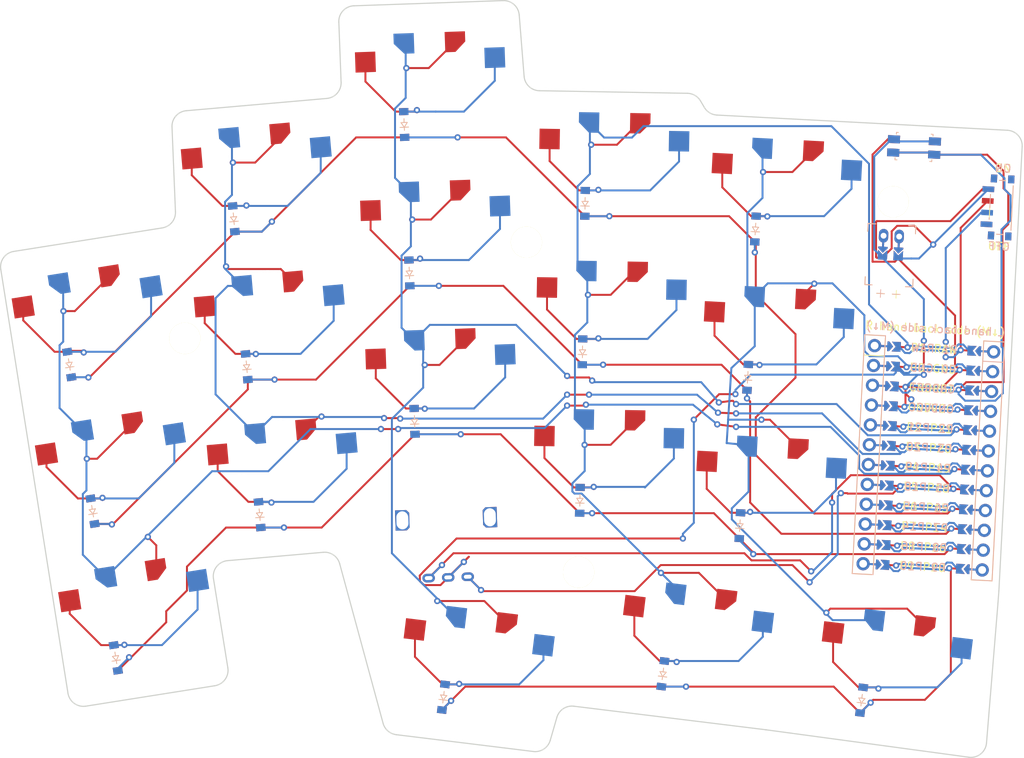
<source format=kicad_pcb>
(kicad_pcb (version 20240108) (generator "pcbnew") (generator_version "8.0")
  (title_block (title "thepcb") (rev "v1.0.0") (company "Unknown"))
  (layers (0 "F.Cu" signal) (31 "B.Cu" signal) (34 "B.Paste" user) (35 "F.Paste" user) (36 "B.SilkS" user "B.Silkscreen") (37 "F.SilkS" user "F.Silkscreen") (38 "B.Mask" user) (39 "F.Mask" user) (44 "Edge.Cuts" user))
  (net 0 "")
  (net 1 "P19")
  (net 2 "pinkie_bottom")
  (net 3 "pinkie_home")
  (net 4 "pinkie_top")
  (net 5 "P20")
  (net 6 "ring_bottom")
  (net 7 "ring_home")
  (net 8 "ring_top")
  (net 9 "P21")
  (net 10 "middle_bottom")
  (net 11 "middle_home")
  (net 12 "middle_top")
  (net 13 "P1")
  (net 14 "index_bottom")
  (net 15 "index_home")
  (net 16 "index_top")
  (net 17 "P0")
  (net 18 "far_bottom")
  (net 19 "far_home")
  (net 20 "far_top")
  (net 21 "1_top")
  (net 22 "2_top")
  (net 23 "3_top")
  (net 24 "P16")
  (net 25 "P14")
  (net 26 "P15")
  (net 27 "P10")
  (net 28 "BAT_P")
  (net 29 "RAW")
  (net 30 "GND")
  (net 31 "RST")
  (net 32 "JST1_1")
  (net 33 "JST1_2")
  (net 34 "P5")
  (net 35 "P18")
  (net 36 "VCC")
  (net 37 "P2")
  (net 38 "P3")
  (net 39 "P4")
  (net 40 "P6")
  (net 41 "P7")
  (net 42 "P8")
  (net 43 "P9")
  (net 44 "MCU1_24")
  (net 45 "MCU1_1")
  (net 46 "MCU1_23")
  (net 47 "MCU1_2")
  (net 48 "MCU1_22")
  (net 49 "MCU1_3")
  (net 50 "MCU1_21")
  (net 51 "MCU1_4")
  (net 52 "MCU1_20")
  (net 53 "MCU1_5")
  (net 54 "MCU1_19")
  (net 55 "MCU1_6")
  (net 56 "MCU1_18")
  (net 57 "MCU1_7")
  (net 58 "MCU1_17")
  (net 59 "MCU1_8")
  (net 60 "MCU1_16")
  (net 61 "MCU1_9")
  (net 62 "MCU1_15")
  (net 63 "MCU1_10")
  (net 64 "MCU1_14")
  (net 65 "MCU1_11")
  (net 66 "MCU1_13")
  (net 67 "MCU1_12")
  (footprint "HOLE_M2_TH" (layer "F.Cu") (at 237.80702 94.103474 2)
    (property "Reference" "")
    (property "Value" "")
  )
  (footprint "ceoloide:diode_tht_sod123" (layer "F.Cu") (at 244.632371 127.116983 89)
    (property "Reference" "D10" (hide yes))
    (property "Value" "")
  )
  (footprint "PG1350" (layer "F.Cu") (at 226.942217 112.493853 2)
    (property "Reference" "S7" (hide yes))
    (property "Value" "" (hide yes))
  )
  (footprint "ceoloide:diode_tht_sod123" (layer "F.Cu") (at 222.834877 98.028385 92)
    (property "Reference" "D8" (hide yes))
    (property "Value" "")
  )
  (footprint "HOLE_M2_TH" (layer "F.Cu") (at 244.471809 136.315581 -1)
    (property "Reference" "")
    (property "Value" "")
  )
  (footprint "PG1350" (layer "F.Cu") (at 248.640209 103.783375 -1)
    (property "Reference" "S11" (hide yes))
    (property "Value" "" (hide yes))
  )
  (footprint "ceoloide:diode_tht_sod123" (layer "F.Cu") (at 267.07942 92.409856 87)
    (property "Reference" "D15" (hide yes))
    (property "Value" "")
  )
  (footprint "ceoloide:diode_tht_sod123" (layer "F.Cu") (at 255.242234 149.313254 83)
    (property "Reference" "D17" (hide yes))
    (property "Value" "")
  )
  (footprint "ceoloide:diode_tht_sod123" (layer "F.Cu") (at 179.36159 109.742112 99)
    (property "Reference" "D3" (hide yes))
    (property "Value" "")
  )
  (footprint "PG1350" (layer "F.Cu") (at 225.616036 74.517001 2)
    (property "Reference" "S9" (hide yes))
    (property "Value" "" (hide yes))
  )
  (footprint "ceoloide:diode_tht_sod123" (layer "F.Cu") (at 223.497967 117.016811 92)
    (property "Reference" "D7" (hide yes))
    (property "Value" "")
  )
  (footprint "PG1350" (layer "F.Cu") (at 185.201211 123.599198 9)
    (property "Reference" "S2" (hide yes))
    (property "Value" "" (hide yes))
  )
  (footprint "ceoloide:power_switch_smd_side" (layer "F.Cu") (at 298.46694 89.648768 -3)
    (property "Reference" "PWR1" (hide yes))
    (property "Value" "")
  )
  (footprint "ceoloide:diode_tht_sod123" (layer "F.Cu") (at 182.333845 128.508191 99)
    (property "Reference" "D2" (hide yes))
    (property "Value" "")
  )
  (footprint "PG1350" (layer "F.Cu") (at 284.761066 148.755286 -7)
    (property "Reference" "S18" (hide yes))
    (property "Value" "" (hide yes))
  )
  (footprint "ceoloide:diode_tht_sod123" (layer "F.Cu") (at 222.171786 79.039959 92)
    (property "Reference" "D9" (hide yes))
    (property "Value" "")
  )
  (footprint "ceoloide:reset_switch_smd_side" (layer "F.Cu") (at 287.356379 81.916689 -3)
    (property "Reference" "RST1" (hide yes))
    (property "Value" "")
  )
  (footprint "HOLE_M2_TH" (layer "F.Cu") (at 194.119249 106.392263 9)
    (property "Reference" "")
    (property "Value" "")
  )
  (footprint "PG1350" (layer "F.Cu") (at 268.959113 126.313246 -3)
    (property "Reference" "S13" (hide yes))
    (property "Value" "" (hide yes))
  )
  (footprint "PG1350" (layer "F.Cu") (at 205.241052 105.331942 5)
    (property "Reference" "S5" (hide yes))
    (property "Value" "" (hide yes))
  )
  (footprint "ceoloide:diode_tht_sod123" (layer "F.Cu") (at 227.195038 152.299026 83)
    (property "Reference" "D16" (hide yes))
    (property "Value" "")
  )
  (footprint "ceoloide:diode_tht_sod123" (layer "F.Cu") (at 280.651675 152.68376 83)
    (property "Reference" "D18" (hide yes))
    (property "Value" "")
  )
  (footprint "PG1350" (layer "F.Cu") (at 182.228956 104.789068 9)
    (property "Reference" "S3" (hide yes))
    (property "Value" "" (hide yes))
  )
  (footprint "PG1350" (layer "F.Cu") (at 231.30443 148.370552 -7)
    (property "Reference" "S16" (hide yes))
    (property "Value" "" (hide yes))
  )
  (footprint "ceoloide:diode_tht_sod123" (layer "F.Cu") (at 265.090653 130.357778 87)
    (property "Reference" "D13" (hide yes))
    (property "Value" "")
  )
  (footprint "HOLE_M2_TH" (layer "F.Cu") (at 284.685852 88.926532 -3)
    (property "Reference" "")
    (property "Value" "")
  )
  (footprint "ceoloide:diode_tht_sod123" (layer "F.Cu") (at 203.694196 128.956658 95)
    (property "Reference" "D4" (hide yes))
    (property "Value" "")
  )
  (footprint "ceoloide:diode_tht_sod123" (layer "F.Cu") (at 266.085037 111.383817 87)
    (property "Reference" "D14" (hide yes))
    (property "Value" "")
  )
  (footprint "ceoloide:diode_tht_sod123" (layer "F.Cu") (at 202.038236 110.028959 95)
    (property "Reference" "D5" (hide yes))
    (property "Value" "")
  )
  (footprint "PG1350" (layer "F.Cu") (at 203.585093 86.404243 5)
    (property "Reference" "S6" (hide yes))
    (property "Value" "" (hide yes))
  )
  (footprint "ceoloide:diode_tht_sod123" (layer "F.Cu") (at 245.295563 89.12277 89)
    (property "Reference" "D12" (hide yes))
    (property "Value" "")
  )
  (footprint "PG1350" (layer "F.Cu") (at 226.279126 93.505427 2)
    (property "Reference" "S8" (hide yes))
    (property "Value" "" (hide yes))
  )
  (footprint "ceoloide:diode_tht_sod123" (layer "F.Cu") (at 244.963967 108.119876 89)
    (property "Reference" "D11" (hide yes))
    (property "Value" "")
  )
  (footprint "PG1350" (layer "F.Cu") (at 188.173466 142.365276 9)
    (property "Reference" "S1" (hide yes))
    (property "Value" "" (hide yes))
  )
  (footprint "PG1350" (layer "F.Cu") (at 206.897011 124.259641 5)
    (property "Reference" "S4" (hide yes))
    (property "Value" "" (hide yes))
  )
  (footprint "PG1350" (layer "F.Cu") (at 248.308614 122.780481 -1)
    (property "Reference" "S10" (hide yes))
    (property "Value" "" (hide yes))
  )
  (footprint "ceoloide:diode_tht_sod123" (layer "F.Cu") (at 200.382277 91.10126 95)
    (property "Reference" "D6" (hide yes))
    (property "Value" "")
  )
  (footprint "ceoloide:diode_tht_sod123" (layer "F.Cu") (at 185.306099 147.274269 99)
    (property "Reference" "D1" (hide yes))
    (property "Value" "")
  )
  (footprint "PG1350" (layer "F.Cu") (at 248.971805 84.786269 -1)
    (property "Reference" "S12" (hide yes))
    (property "Value" "" (hide yes))
  )
  (footprint "PG1350" (layer "F.Cu") (at 270.904764 88.204295 -3)
    (property "Reference" "S15" (hide yes))
    (property "Value" "" (hide yes))
  )
  (footprint "PG1350" (layer "F.Cu") (at 269.910381 107.178257 -3)
    (property "Reference" "S14" (hide yes))
    (property "Value" "" (hide yes))
  )
  (footprint "ceoloide:rotary_encoder_ec11_ec12" (layer "F.Cu") (at 227.535508 129.483497 2)
    (property "Reference" "RE1" (hide yes))
    (property "Value" "")
  )
  (footprint "PG1350" (layer "F.Cu") (at 259.351625 145.384781 -7)
    (property "Reference" "S17" (hide yes))
    (property "Value" "" (hide yes))
  )
  (footprint "ceoloide:mcu_nice_nano" (layer "F.Cu") (at 289.254459 120.408779 -3)
    (property "Reference" "MCU1" (hide yes))
    (property "Value" "")
  )
  (footprint "ceoloide:battery_connector_jst_ph_2" (layer "B.Cu") (at 284.455574 93.320502 -3)
    (property "Reference" "JST1" (hide yes))
    (property "Value" "")
  )
  (gr_line (start 268.405732 156.470833) (end 243.857013 153.456629) (stroke (width 0.15)) (layer "Edge.Cuts"))
  (gr_arc (start 240.844008 157.820521) (mid 240.024779 158.934187) (end 238.678889 159.250369) (stroke (width 0.15)) (layer "Edge.Cuts"))
  (gr_line (start 215.743738 63.855045) (end 234.813534 63.189113) (stroke (width 0.15)) (layer "Edge.Cuts"))
  (gr_arc (start 192.930212 90.211501) (mid 192.478721 91.560431) (end 191.244728 92.268045) (stroke (width 0.15)) (layer "Edge.Cuts"))
  (gr_line (start 294.356009 159.982301) (end 268.430192 156.473989) (stroke (width 0.15)) (layer "Edge.Cuts"))
  (gr_line (start 211.822257 133.766554) (end 199.591279 134.836626) (stroke (width 0.15)) (layer "Edge.Cuts"))
  (gr_line (start 298.199326 138.701988) (end 298.078897 140.315412) (stroke (width 0.15)) (layer "Edge.Cuts"))
  (gr_arc (start 239.461001 74.718749) (mid 238.126231 74.176445) (end 237.502221 72.877863) (stroke (width 0.15)) (layer "Edge.Cuts"))
  (gr_line (start 260.061401 76.033916) (end 260.541724 76.849821) (stroke (width 0.15)) (layer "Edge.Cuts"))
  (gr_arc (start 258.372787 75.048856) (mid 259.345652 75.321009) (end 260.061401 76.033916) (stroke (width 0.15)) (layer "Edge.Cuts"))
  (gr_arc (start 211.822256 133.766555) (mid 213.140772 134.118579) (end 213.926545 135.23436) (stroke (width 0.15)) (layer "Edge.Cuts"))
  (gr_line (start 197.791017 137.146917) (end 199.626029 148.544683) (stroke (width 0.15)) (layer "Edge.Cuts"))
  (gr_line (start 192.930212 90.211502) (end 192.4891 79.351173) (stroke (width 0.15)) (layer "Edge.Cuts"))
  (gr_line (start 214.10654 73.637532) (end 213.814966 65.929426) (stroke (width 0.15)) (layer "Edge.Cuts"))
  (gr_arc (start 296.617536 158.163573) (mid 295.877587 159.558902) (end 294.356009 159.982301) (stroke (width 0.15)) (layer "Edge.Cuts"))
  (gr_line (start 197.964325 150.837961) (end 181.474969 153.449619) (stroke (width 0.15)) (layer "Edge.Cuts"))
  (gr_arc (start 268.405733 156.470833) (mid 268.417967 156.472373) (end 268.430192 156.473989) (stroke (width 0.15)) (layer "Edge.Cuts"))
  (gr_arc (start 221.158844 157.099179) (mid 220.093181 156.625863) (end 219.472605 155.63867) (stroke (width 0.15)) (layer "Edge.Cuts"))
  (gr_arc (start 192.4891 79.351172) (mid 192.985778 77.949031) (end 194.313141 77.277617) (stroke (width 0.15)) (layer "Edge.Cuts"))
  (gr_arc (start 213.814967 65.929426) (mid 214.348852 64.491954) (end 215.743738 63.855045) (stroke (width 0.15)) (layer "Edge.Cuts"))
  (gr_arc (start 262.160571 77.832446) (mid 261.227477 77.544877) (end 260.541724 76.849821) (stroke (width 0.15)) (layer "Edge.Cuts"))
  (gr_line (start 238.678889 159.250369) (end 221.158844 157.099178) (stroke (width 0.15)) (layer "Edge.Cuts"))
  (gr_line (start 236.877018 65.029085) (end 237.502221 72.877863) (stroke (width 0.15)) (layer "Edge.Cuts"))
  (gr_arc (start 197.791016 137.146917) (mid 198.188001 135.599701) (end 199.591279 134.836626) (stroke (width 0.15)) (layer "Edge.Cuts"))
  (gr_line (start 219.472605 155.63867) (end 213.926545 135.23436) (stroke (width 0.15)) (layer "Edge.Cuts"))
  (gr_line (start 239.461001 74.718749) (end 258.372787 75.048856) (stroke (width 0.15)) (layer "Edge.Cuts"))
  (gr_line (start 241.691893 154.886477) (end 240.844008 157.820521) (stroke (width 0.15)) (layer "Edge.Cuts"))
  (gr_line (start 301.177241 81.879967) (end 298.199326 138.701988) (stroke (width 0.15)) (layer "Edge.Cuts"))
  (gr_arc (start 241.691894 154.886477) (mid 242.511123 153.772811) (end 243.857013 153.456629) (stroke (width 0.15)) (layer "Edge.Cuts"))
  (gr_arc (start 214.10654 73.637531) (mid 213.607802 75.036196) (end 212.282281 75.705521) (stroke (width 0.15)) (layer "Edge.Cuts"))
  (gr_arc (start 181.474969 153.449618) (mid 179.98653 153.092276) (end 179.186724 151.787111) (stroke (width 0.15)) (layer "Edge.Cuts"))
  (gr_arc (start 170.598471 97.563021) (mid 170.955814 96.074581) (end 172.260979 95.274775) (stroke (width 0.15)) (layer "Edge.Cuts"))
  (gr_line (start 194.313141 77.277617) (end 212.282281 75.705521) (stroke (width 0.15)) (layer "Edge.Cuts"))
  (gr_line (start 172.260979 95.274775) (end 191.244728 92.268045) (stroke (width 0.15)) (layer "Edge.Cuts"))
  (gr_line (start 298.078897 140.315412) (end 296.617536 158.163573) (stroke (width 0.15)) (layer "Edge.Cuts"))
  (gr_arc (start 299.284654 79.778036) (mid 300.666272 80.437034) (end 301.177241 81.879967) (stroke (width 0.15)) (layer "Edge.Cuts"))
  (gr_line (start 179.186724 151.787111) (end 170.598472 97.563021) (stroke (width 0.15)) (layer "Edge.Cuts"))
  (gr_arc (start 234.813534 63.189112) (mid 236.214389 63.695148) (end 236.877018 65.029085) (stroke (width 0.15)) (layer "Edge.Cuts"))
  (gr_arc (start 199.626028 148.544684) (mid 199.270986 150.036092) (end 197.964325 150.837961) (stroke (width 0.15)) (layer "Edge.Cuts"))
  (gr_line (start 262.160571 77.832445) (end 299.284654 79.778036) (stroke (width 0.15)) (layer "Edge.Cuts"))
  (segment (start 219.2 118) (end 221.4 118) (width 0.25) (layer "F.Cu") (net 1))
  (segment (start 243 115) (end 245.280672 115) (width 0.25) (layer "F.Cu") (net 1))
  (segment (start 293.889982 123.195203) (end 292.516867 123.123241) (width 0.25) (layer "F.Cu") (net 1))
  (segment (start 190.47736 135.976208) (end 190.47736 132.87736) (width 0.25) (layer "F.Cu") (net 1))
  (segment (start 190.47736 132.87736) (end 189.4 131.8) (width 0.25) (layer "F.Cu") (net 1))
  (segment (start 262.2 117.4) (end 264.6 117.720008) (width 0.25) (layer "F.Cu") (net 1))
  (segment (start 187.505105 117.21013) (end 182.915235 121.8) (width 0.25) (layer "F.Cu") (net 1))
  (segment (start 245.280672 115) (end 245.40212 114.878552) (width 0.25) (layer "F.Cu") (net 1))
  (segment (start 180.067738 102.909163) (end 178.608378 102.909163) (width 0.25) (layer "F.Cu") (net 1))
  (segment (start 182.915235 121.8) (end 181.6 121.8) (width 0.25) (layer "F.Cu") (net 1))
  (segment (start 184.53285 98.444051) (end 180.067738 102.909163) (width 0.25) (layer "F.Cu") (net 1))
  (via (at 243 115) (size 0.8) (drill 0.4) (layers "F.Cu" "B.Cu") (net 1))
  (via (at 264.6 117.720008) (size 0.8) (drill 0.4) (layers "F.Cu" "B.Cu") (net 1))
  (via (at 245.40212 114.878552) (size 0.8) (drill 0.4) (layers "F.Cu" "B.Cu") (net 1))
  (via (at 262.2 117.4) (size 0.8) (drill 0.4) (layers "F.Cu" "B.Cu") (net 1))
  (via (at 219.2 118) (size 0.8) (drill 0.4) (layers "F.Cu" "B.Cu") (net 1))
  (via (at 221.4 118) (size 0.8) (drill 0.4) (layers "F.Cu" "B.Cu") (net 1))
  (via (at 178.608378 102.909163) (size 0.8) (drill 0.4) (layers "F.Cu" "B.Cu") (net 1))
  (via (at 189.4 131.8) (size 0.8) (drill 0.4) (layers "F.Cu" "B.Cu") (net 1))
  (via (at 181.6 121.8) (size 0.8) (drill 0.4) (layers "F.Cu" "B.Cu") (net 1))
  (segment (start 197.608855 123.4) (end 204.801653 123.4) (width 0.25) (layer "B.Cu") (net 1))
  (segment (start 181.087719 134.08057) (end 184.008002 137.000853) (width 0.25) (layer "B.Cu") (net 1))
  (segment (start 284.702286 122.713696) (end 285.388349 123.475646) (width 0.25) (layer "B.Cu") (net 1))
  (segment (start 285.988136 123.507079) (end 286.508363 123.038664) (width 0.25) (layer "B.Cu") (net 1))
  (segment (start 280.336969 121.373365) (end 280.336969 123.044986) (width 0.25) (layer "B.Cu") (net 1))
  (segment (start 184.008002 137.000853) (end 197.608855 123.4) (width 0.25) (layer "B.Cu") (net 1))
  (segment (start 181.087719 126.312281) (end 181.087719 134.08057) (width 0.25) (layer "B.Cu") (net 1))
  (segment (start 286.508363 123.038664) (end 292.275144 123.340888) (width 0.25) (layer "B.Cu") (net 1))
  (segment (start 280.336969 123.044986) (end 281.013481 123.721498) (width 0.25) (layer "B.Cu") (net 1))
  (segment (start 178.115464 115.314492) (end 181.035747 118.234775) (width 0.25) (layer "B.Cu") (net 1))
  (segment (start 240.12986 117.87014) (end 243 115) (width 0.25) (layer "B.Cu") (net 1))
  (segment (start 262.2 117.4) (end 259.078552 114.878552) (width 0.25) (layer "B.Cu") (net 1))
  (segment (start 178.115464 107.284536) (end 178.115464 115.314492) (width 0.25) (layer "B.Cu") (net 1))
  (segment (start 291.918608 123.721498) (end 292.516866 123.12324) (width 0.25) (layer "B.Cu") (net 1))
  (segment (start 221.4 118) (end 221.52986 117.87014) (width 0.25) (layer "B.Cu") (net 1))
  (segment (start 284.35307 122.695394) (end 284.702286 122.713696) (width 0.25) (layer "B.Cu") (net 1))
  (segment (start 264.6 117.720008) (end 276.683612 117.720008) (width 0.25) (layer "B.Cu") (net 1))
  (segment (start 221.52986 117.87014) (end 240.12986 117.87014) (width 0.25) (layer "B.Cu") (net 1))
  (segment (start 178.578885 99.984089) (end 178.578885 106.821115) (width 0.25) (layer "B.Cu") (net 1))
  (segment (start 181.55114 125.84886) (end 181.087719 126.312281) (width 0.25) (layer "B.Cu") (net 1))
  (segment (start 285.388349 123.475646) (end 285.988136 123.507079) (width 0.25) (layer "B.Cu") (net 1))
  (segment (start 204.801653 123.4) (end 210.201653 118) (width 0.25) (layer "B.Cu") (net 1))
  (segment (start 178.063492 99.468696) (end 178.578885 99.984089) (width 0.25) (layer "B.Cu") (net 1))
  (segment (start 181.55114 118.750168) (end 181.55114 125.84886) (width 0.25) (layer "B.Cu") (net 1))
  (segment (start 259.078552 114.878552) (end 245.40212 114.878552) (width 0.25) (layer "B.Cu") (net 1))
  (segment (start 281.013481 123.721498) (end 291.918608 123.721498) (width 0.25) (layer "B.Cu") (net 1))
  (segment (start 178.578885 106.821115) (end 178.115464 107.284536) (width 0.25) (layer "B.Cu") (net 1))
  (segment (start 181.035747 118.234775) (end 181.55114 118.750168) (width 0.25) (layer "B.Cu") (net 1))
  (segment (start 276.683612 117.720008) (end 280.336969 121.373365) (width 0.25) (layer "B.Cu") (net 1))
  (segment (start 210.201653 118) (end 219.2 118) (width 0.25) (layer "B.Cu") (net 1))
  (segment (start 183.426413 145.644583) (end 185.047982 145.644583) (width 0.25) (layer "F.Cu") (net 2))
  (segment (start 186.355417 145.644583) (end 186.4 145.6) (width 0.25) (layer "F.Cu") (net 2))
  (segment (start 185.047982 145.644583) (end 186.355417 145.644583) (width 0.25) (layer "F.Cu") (net 2))
  (segment (start 179.413716 141.631886) (end 183.426413 145.644583) (width 0.25) (layer "F.Cu") (net 2))
  (segment (start 179.413716 139.95594) (end 179.413716 141.631886) (width 0.25) (layer "F.Cu") (net 2))
  (via (at 186.4 145.6) (size 0.8) (drill 0.4) (layers "F.Cu" "B.Cu") (net 2))
  (segment (start 195.759958 141.084364) (end 195.759958 137.36695) (width 0.25) (layer "B.Cu") (net 2))
  (segment (start 191.199739 145.644583) (end 195.759958 141.084364) (width 0.25) (layer "B.Cu") (net 2))
  (segment (start 185.047982 145.644583) (end 191.199739 145.644583) (width 0.25) (layer "B.Cu") (net 2))
  (segment (start 180.454158 126.878505) (end 182.075728 126.878505) (width 0.25) (layer "F.Cu") (net 3))
  (segment (start 183.521495 126.878505) (end 183.6 126.8) (width 0.25) (layer "F.Cu") (net 3))
  (segment (start 182.075728 126.878505) (end 183.521495 126.878505) (width 0.25) (layer "F.Cu") (net 3))
  (segment (start 176.441461 121.189862) (end 176.441461 122.865808) (width 0.25) (layer "F.Cu") (net 3))
  (segment (start 176.441461 122.865808) (end 180.454158 126.878505) (width 0.25) (layer "F.Cu") (net 3))
  (via (at 183.6 126.8) (size 0.8) (drill 0.4) (layers "F.Cu" "B.Cu") (net 3))
  (segment (start 192.787703 122.318286) (end 192.787703 118.600872) (width 0.25) (layer "B.Cu") (net 3))
  (segment (start 188.227484 126.878505) (end 192.787703 122.318286) (width 0.25) (layer "B.Cu") (net 3))
  (segment (start 182.075728 126.878505) (end 188.227484 126.878505) (width 0.25) (layer "B.Cu") (net 3))
  (segment (start 181 108) (end 181.2 108.2) (width 0.25) (layer "F.Cu") (net 4))
  (segment (start 173.469206 104.099729) (end 177.481903 108.112426) (width 0.25) (layer "F.Cu") (net 4))
  (segment (start 179.103473 108.112426) (end 179.487574 108.112426) (width 0.25) (layer "F.Cu") (net 4))
  (segment (start 173.469206 102.423783) (end 173.469206 104.099729) (width 0.25) (layer "F.Cu") (net 4))
  (segment (start 179.487574 108.112426) (end 179.6 108) (width 0.25) (layer "F.Cu") (net 4))
  (segment (start 177.481903 108.112426) (end 179.103473 108.112426) (width 0.25) (layer "F.Cu") (net 4))
  (segment (start 179.6 108) (end 181 108) (width 0.25) (layer "F.Cu") (net 4))
  (via (at 181.2 108.2) (size 0.8) (drill 0.4) (layers "F.Cu" "B.Cu") (net 4))
  (segment (start 185.255229 108.112426) (end 189.815448 103.552207) (width 0.25) (layer "B.Cu") (net 4))
  (segment (start 189.815448 103.552207) (end 189.815448 99.834793) (width 0.25) (layer "B.Cu") (net 4))
  (segment (start 179.103473 108.112426) (end 185.255229 108.112426) (width 0.25) (layer "B.Cu") (net 4))
  (segment (start 203.124954 83.909383) (end 200.270856 83.909383) (width 0.25) (layer "F.Cu") (net 5))
  (segment (start 206.329054 80.191449) (end 206.329054 80.705283) (width 0.25) (layer "F.Cu") (net 5))
  (segment (start 211.287819 116.4) (end 211.6 116.4) (width 0.25) (layer "F.Cu") (net 5))
  (segment (start 262.292308 115.907692) (end 264.6 116) (width 0.25) (layer "F.Cu") (net 5))
  (segment (start 206.395449 97.529584) (end 199.729584 97.529584) (width 0.25) (layer "F.Cu") (net 5))
  (segment (start 209.640972 118.046847) (end 211.287819 116.4) (width 0.25) (layer "F.Cu") (net 5))
  (segment (start 221.6 116.6) (end 221.66488 116.66488) (width 0.25) (layer "F.Cu") (net 5))
  (segment (start 243 113.6) (end 245.8 113.6) (width 0.25) (layer "F.Cu") (net 5))
  (segment (start 199.729584 97.529584) (end 199.4 97.2) (width 0.25) (layer "F.Cu") (net 5))
  (segment (start 219.6 116.6) (end 221.6 116.6) (width 0.25) (layer "F.Cu") (net 5))
  (segment (start 294.022915 120.658684) (end 292.6498 120.586722) (width 0.25) (layer "F.Cu") (net 5))
  (segment (start 206.329054 80.705283) (end 203.124954 83.909383) (width 0.25) (layer "F.Cu") (net 5))
  (segment (start 207.985013 99.119148) (end 206.395449 97.529584) (width 0.25) (layer "F.Cu") (net 5))
  (via (at 219.6 116.6) (size 0.8) (drill 0.4) (layers "F.Cu" "B.Cu") (net 5))
  (via (at 264.6 116) (size 0.8) (drill 0.4) (layers "F.Cu" "B.Cu") (net 5))
  (via (at 199.4 97.2) (size 0.8) (drill 0.4) (layers "F.Cu" "B.Cu") (net 5))
  (via (at 245.8 113.6) (size 0.8) (drill 0.4) (layers "F.Cu" "B.Cu") (net 5))
  (via (at 243 113.6) (size 0.8) (drill 0.4) (layers "F.Cu" "B.Cu") (net 5))
  (via (at 211.6 116.4) (size 0.8) (drill 0.4) (layers "F.Cu" "B.Cu") (net 5))
  (via (at 221.66488 116.66488) (size 0.8) (drill 0.4) (layers "F.Cu" "B.Cu") (net 5))
  (via (at 262.292308 115.907692) (size 0.8) (drill 0.4) (layers "F.Cu" "B.Cu") (net 5))
  (via (at 200.270856 83.909383) (size 0.8) (drill 0.4) (layers "F.Cu" "B.Cu") (net 5))
  (segment (start 203.115897 118.617718) (end 205.276332 116.457283) (width 0.25) (layer "B.Cu") (net 5))
  (segment (start 200.152285 81.110626) (end 200.152285 88.051172) (width 0.25) (layer "B.Cu") (net 5))
  (segment (start 286.121069 120.97056) (end 286.641297 120.502145) (width 0.25) (layer "B.Cu") (net 5))
  (segment (start 199.276533 97.506614) (end 201.459938 99.690019) (width 0.25) (layer "B.Cu") (net 5))
  (segment (start 275.6 116) (end 280.784979 121.184979) (width 0.25) (layer "B.Cu") (net 5))
  (segment (start 285.8 120.953734) (end 286.121069 120.97056) (width 0.25) (layer "B.Cu") (net 5))
  (segment (start 198.058244 101.255341) (end 198.058244 113.560065) (width 0.25) (layer "B.Cu") (net 5))
  (segment (start 199.803979 80.76232) (end 200.152285 81.110626) (width 0.25) (layer "B.Cu") (net 5))
  (segment (start 284.835219 120.177177) (end 285.521282 120.939127) (width 0.25) (layer "B.Cu") (net 5))
  (segment (start 286.641297 120.502145) (end 292.408078 120.804369) (width 0.25) (layer "B.Cu") (net 5))
  (segment (start 285.521282 120.939127) (end 285.8 120.953734) (width 0.25) (layer "B.Cu") (net 5))
  (segment (start 198.058244 113.560065) (end 203.115897 118.617718) (width 0.25) (layer "B.Cu") (net 5))
  (segment (start 199.623566 99.690019) (end 198.058244 101.255341) (width 0.25) (layer "B.Cu") (net 5))
  (segment (start 239.93512 116.66488) (end 243 113.6) (width 0.25) (layer "B.Cu") (net 5))
  (segment (start 259.6 113.6) (end 245.8 113.6) (width 0.25) (layer "B.Cu") (net 5))
  (segment (start 221.66488 116.66488) (end 239.93512 116.66488) (width 0.25) (layer "B.Cu") (net 5))
  (segment (start 205.276332 116.457283) (end 219.457283 116.457283) (width 0.25) (layer "B.Cu") (net 5))
  (segment (start 219.457283 116.457283) (end 219.6 116.6) (width 0.25) (layer "B.Cu") (net 5))
  (segment (start 280.784979 121.184979) (end 285.568755 121.184979) (width 0.25) (layer "B.Cu") (net 5))
  (segment (start 285.568755 121.184979) (end 285.8 120.953734) (width 0.25) (layer "B.Cu") (net 5))
  (segment (start 200.152285 88.051172) (end 199.276533 88.926924) (width 0.25) (layer "B.Cu") (net 5))
  (segment (start 264.6 116) (end 275.6 116) (width 0.25) (layer "B.Cu") (net 5))
  (segment (start 284.486003 120.158875) (end 284.835219 120.177177) (width 0.25) (layer "B.Cu") (net 5))
  (segment (start 262.292308 115.907692) (end 259.6 113.6) (width 0.25) (layer "B.Cu") (net 5))
  (segment (start 201.459938 99.690019) (end 199.623566 99.690019) (width 0.25) (layer "B.Cu") (net 5))
  (segment (start 199.276533 88.926924) (end 199.276533 97.506614) (width 0.25) (layer "B.Cu") (net 5))
  (segment (start 198.326666 123.381408) (end 202.258195 127.312937) (width 0.25) (layer "F.Cu") (net 6))
  (segment (start 202.258195 127.312937) (end 203.550389 127.312937) (width 0.25) (layer "F.Cu") (net 6))
  (segment (start 205.112937 127.312937) (end 205.2 127.4) (width 0.25) (layer "F.Cu") (net 6))
  (segment (start 198.326666 121.245125) (end 198.326666 123.381408) (width 0.25) (layer "F.Cu") (net 6))
  (segment (start 203.550389 127.312937) (end 205.112937 127.312937) (width 0.25) (layer "F.Cu") (net 6))
  (via (at 205.2 127.4) (size 0.8) (drill 0.4) (layers "F.Cu" "B.Cu") (net 6))
  (segment (start 203.550389 127.312937) (end 210.577113 127.312937) (width 0.25) (layer "B.Cu") (net 6))
  (segment (start 210.577113 127.312937) (end 214.813688 123.076362) (width 0.25) (layer "B.Cu") (net 6))
  (segment (start 214.813688 123.076362) (end 214.813688 119.802697) (width 0.25) (layer "B.Cu") (net 6))
  (segment (start 203.550389 127.312937) (end 205.112937 127.312937) (width 0.25) (layer "B.Cu") (net 6))
  (segment (start 205.112937 127.312937) (end 205.2 127.4) (width 0.25) (layer "B.Cu") (net 6))
  (segment (start 196.670707 104.453709) (end 200.602236 108.385238) (width 0.25) (layer "F.Cu") (net 7))
  (segment (start 201.894429 108.385238) (end 203.185238 108.385238) (width 0.25) (layer "F.Cu") (net 7))
  (segment (start 200.602236 108.385238) (end 201.894429 108.385238) (width 0.25) (layer "F.Cu") (net 7))
  (segment (start 196.670707 102.317426) (end 196.670707 104.453709) (width 0.25) (layer "F.Cu") (net 7))
  (segment (start 203.185238 108.385238) (end 203.2 108.4) (width 0.25) (layer "F.Cu") (net 7))
  (via (at 203.2 108.4) (size 0.8) (drill 0.4) (layers "F.Cu" "B.Cu") (net 7))
  (segment (start 213.157729 104.148663) (end 213.157729 100.874998) (width 0.25) (layer "B.Cu") (net 7))
  (segment (start 201.894429 108.385238) (end 208.921154 108.385238) (width 0.25) (layer "B.Cu") (net 7))
  (segment (start 208.921154 108.385238) (end 213.157729 104.148663) (width 0.25) (layer "B.Cu") (net 7))
  (segment (start 195.014748 83.389727) (end 195.014748 85.52601) (width 0.25) (layer "F.Cu") (net 8))
  (segment (start 198.946277 89.457539) (end 200.23847 89.457539) (width 0.25) (layer "F.Cu") (net 8))
  (segment (start 201.942461 89.457539) (end 202 89.4) (width 0.25) (layer "F.Cu") (net 8))
  (segment (start 195.014748 85.52601) (end 198.946277 89.457539) (width 0.25) (layer "F.Cu") (net 8))
  (segment (start 200.23847 89.457539) (end 201.942461 89.457539) (width 0.25) (layer "F.Cu") (net 8))
  (via (at 202 89.4) (size 0.8) (drill 0.4) (layers "F.Cu" "B.Cu") (net 8))
  (segment (start 211.50177 85.220964) (end 211.50177 81.947299) (width 0.25) (layer "B.Cu") (net 8))
  (segment (start 207.265195 89.457539) (end 211.50177 85.220964) (width 0.25) (layer "B.Cu") (net 8))
  (segment (start 200.23847 89.457539) (end 207.265195 89.457539) (width 0.25) (layer "B.Cu") (net 8))
  (segment (start 294.155849 118.122165) (end 292.782733 118.050203) (width 0.25) (layer "F.Cu") (net 9))
  (segment (start 226.681071 109.8) (end 224.8 109.8) (width 0.25) (layer "F.Cu") (net 9))
  (segment (start 225.315143 71.822576) (end 222.450408 71.822576) (width 0.25) (layer "F.Cu") (net 9))
  (segment (start 245.8 111.4) (end 246.2 111.8) (width 0.25) (layer "F.Cu") (net 9))
  (segment (start 262.4 114.6) (end 264.171823 114.371823) (width 0.25) (layer "F.Cu") (net 9))
  (segment (start 230.00757 106.433182) (end 230.00757 106.473501) (width 0.25) (layer "F.Cu") (net 9))
  (segment (start 235.280141 142.864024) (end 232.416117 140) (width 0.25) (layer "F.Cu") (net 9))
  (segment (start 225.589235 91.2) (end 223.2 91.2) (width 0.25) (layer "F.Cu") (net 9))
  (segment (start 243 111.2) (end 243.2 111.4) (width 0.25) (layer "F.Cu") (net 9))
  (segment (start 228.681389 68.45633) (end 225.315143 71.822576) (width 0.25) (layer "F.Cu") (net 9))
  (segment (start 264.6 114.8) (end 264.171823 114.371823) (width 0.25) (layer "F.Cu") (net 9))
  (segment (start 230.00757 106.473501) (end 226.681071 109.8) (width 0.25) (layer "F.Cu") (net 9))
  (segment (start 232.416117 140) (end 226.4 140) (width 0.25) (layer "F.Cu") (net 9))
  (segment (start 229.344479 87.444756) (end 225.589235 91.2) (width 0.25) (layer "F.Cu") (net 9))
  (segment (start 243.2 111.4) (end 245.8 111.4) (width 0.25) (layer "F.Cu") (net 9))
  (via (at 223.2 91.2) (size 0.8) (drill 0.4) (layers "F.Cu" "B.Cu") (net 9))
  (via (at 224.8 109.8) (size 0.8) (drill 0.4) (layers "F.Cu" "B.Cu") (net 9))
  (via (at 246.2 111.8) (size 0.8) (drill 0.4) (layers "F.Cu" "B.Cu") (net 9))
  (via (at 264.6 114.8) (size 0.8) (drill 0.4) (layers "F.Cu" "B.Cu") (net 9))
  (via (at 222.450408 71.822576) (size 0.8) (drill 0.4) (layers "F.Cu" "B.Cu") (net 9))
  (via (at 226.4 140) (size 0.8) (drill 0.4) (layers "F.Cu" "B.Cu") (net 9))
  (via (at 243 111.2) (size 0.8) (drill 0.4) (layers "F.Cu" "B.Cu") (net 9))
  (via (at 262.4 114.6) (size 0.8) (drill 0.4) (layers "F.Cu" "B.Cu") (net 9))
  (segment (start 286.77423 117.965626) (end 292.541011 118.26785) (width 0.25) (layer "B.Cu") (net 9))
  (segment (start 223.026299 87.901177) (end 223.026299 94.626639) (width 0.25) (layer "B.Cu") (net 9))
  (segment (start 222.363209 75.638212) (end 221 77.001421) (width 0.25) (layer "B.Cu") (net 9))
  (segment (start 285.654215 118.402608) (end 286.254002 118.434041) (width 0.25) (layer "B.Cu") (net 9))
  (segment (start 225.450855 104.672478) (end 236.472478 104.672478) (width 0.25) (layer "B.Cu") (net 9))
  (segment (start 264.6 114.8) (end 277.442674 114.8) (width 0.25) (layer "B.Cu") (net 9))
  (segment (start 224.6 107.800213) (end 224.6 112.704454) (width 0.25) (layer "B.Cu") (net 9))
  (segment (start 286.254002 118.434041) (end 286.77423 117.965626) (width 0.25) (layer "B.Cu") (net 9))
  (segment (start 223.026299 94.626639) (end 221.836954 95.815984) (width 0.25) (layer "B.Cu") (net 9))
  (segment (start 224.6 112.704454) (end 220.6 116.704454) (width 0.25) (layer "B.Cu") (net 9))
  (segment (start 281.442674 118.8) (end 292.032935 118.8) (width 0.25) (layer "B.Cu") (net 9))
  (segment (start 222.135379 68.684921) (end 222.363209 68.912751) (width 0.25) (layer "B.Cu") (net 9))
  (segment (start 220.6 116.704454) (end 220.6 133.886816) (width 0.25) (layer "B.Cu") (net 9))
  (segment (start 260.139973 112) (end 246.4 112) (width 0.25) (layer "B.Cu") (net 9))
  (segment (start 221 77.001421) (end 221 85.874878) (width 0.25) (layer "B.Cu") (net 9))
  (segment (start 221.836954 105.037167) (end 223.46156 106.661773) (width 0.25) (layer "B.Cu") (net 9))
  (segment (start 223.46156 106.661773) (end 224.6 107.800213) (width 0.25) (layer "B.Cu") (net 9))
  (segment (start 284.968153 117.640658) (end 285.654215 118.402608) (width 0.25) (layer "B.Cu") (net 9))
  (segment (start 223.46156 106.661773) (end 225.450855 104.672478) (width 0.25) (layer "B.Cu") (net 9))
  (segment (start 222.798469 87.673347) (end 223.026299 87.901177) (width 0.25) (layer "B.Cu") (net 9))
  (segment (start 236.472478 104.672478) (end 243 111.2) (width 0.25) (layer "B.Cu") (net 9))
  (segment (start 222.363209 68.912751) (end 222.363209 75.638212) (width 0.25) (layer "B.Cu") (net 9))
  (segment (start 221 85.874878) (end 222.798469 87.673347) (width 0.25) (layer "B.Cu") (net 9))
  (segment (start 292.032935 118.8) (end 292.782733 118.050202) (width 0.25) (layer "B.Cu") (net 9))
  (segment (start 284.618937 117.622356) (end 284.968153 117.640658) (width 0.25) (layer "B.Cu") (net 9))
  (segment (start 221.836954 95.815984) (end 221.836954 105.037167) (width 0.25) (layer "B.Cu") (net 9))
  (segment (start 220.6 133.886816) (end 228.778964 142.06578) (width 0.25) (layer "B.Cu") (net 9))
  (segment (start 246.4 112) (end 246.2 111.8) (width 0.25) (layer "B.Cu") (net 9))
  (segment (start 277.442674 114.8) (end 281.442674 118.8) (width 0.25) (layer "B.Cu") (net 9))
  (segment (start 262.4 114.6) (end 260.139973 112) (width 0.25) (layer "B.Cu") (net 9))
  (segment (start 218.541385 109.034931) (end 218.541385 111.515302) (width 0.25) (layer "F.Cu") (net 10))
  (segment (start 218.541385 111.515302) (end 222.393899 115.367816) (width 0.25) (layer "F.Cu") (net 10))
  (segment (start 223.440383 115.367816) (end 224.767816 115.367816) (width 0.25) (layer "F.Cu") (net 10))
  (segment (start 224.767816 115.367816) (end 224.8 115.4) (width 0.25) (layer "F.Cu") (net 10))
  (segment (start 222.393899 115.367816) (end 223.440383 115.367816) (width 0.25) (layer "F.Cu") (net 10))
  (via (at 224.8 115.4) (size 0.8) (drill 0.4) (layers "F.Cu" "B.Cu") (net 10))
  (segment (start 223.440383 115.367816) (end 231.106641 115.367816) (width 0.25) (layer "B.Cu") (net 10))
  (segment (start 231.106641 115.367816) (end 235.081303 111.393154) (width 0.25) (layer "B.Cu") (net 10))
  (segment (start 235.081303 111.393154) (end 235.081303 108.457344) (width 0.25) (layer "B.Cu") (net 10))
  (segment (start 217.878294 90.046505) (end 217.878294 92.526876) (width 0.25) (layer "F.Cu") (net 11))
  (segment (start 221.730808 96.37939) (end 222.777293 96.37939) (width 0.25) (layer "F.Cu") (net 11))
  (segment (start 222.777293 96.37939) (end 224.02061 96.37939) (width 0.25) (layer "F.Cu") (net 11))
  (segment (start 217.878294 92.526876) (end 221.730808 96.37939) (width 0.25) (layer "F.Cu") (net 11))
  (segment (start 224.02061 96.37939) (end 224.2 96.2) (width 0.25) (layer "F.Cu") (net 11))
  (via (at 224.2 96.2) (size 0.8) (drill 0.4) (layers "F.Cu" "B.Cu") (net 11))
  (segment (start 222.777293 96.37939) (end 230.44355 96.37939) (width 0.25) (layer "B.Cu") (net 11))
  (segment (start 230.44355 96.37939) (end 234.418212 92.404728) (width 0.25) (layer "B.Cu") (net 11))
  (segment (start 234.418212 92.404728) (end 234.418212 89.468918) (width 0.25) (layer "B.Cu") (net 11))
  (segment (start 223.609036 77.390964) (end 223.8 77.2) (width 0.25) (layer "F.Cu") (net 12))
  (segment (start 217.215204 73.53845) (end 221.067718 77.390964) (width 0.25) (layer "F.Cu") (net 12))
  (segment (start 217.215204 71.058079) (end 217.215204 73.53845) (width 0.25) (layer "F.Cu") (net 12))
  (segment (start 221.067718 77.390964) (end 222.114202 77.390964) (width 0.25) (layer "F.Cu") (net 12))
  (segment (start 222.114202 77.390964) (end 223.609036 77.390964) (width 0.25) (layer "F.Cu") (net 12))
  (via (at 223.8 77.2) (size 0.8) (drill 0.4) (layers "F.Cu" "B.Cu") (net 12))
  (segment (start 233.755122 73.444878) (end 233.755122 70.480492) (width 0.25) (layer "B.Cu") (net 12))
  (segment (start 226.2 77.390964) (end 229.809036 77.390964) (width 0.25) (layer "B.Cu") (net 12))
  (segment (start 222.114202 77.390964) (end 226.2 77.390964) (width 0.25) (layer "B.Cu") (net 12))
  (segment (start 229.809036 77.390964) (end 233.755122 73.444878) (width 0.25) (layer "B.Cu") (net 12))
  (segment (start 248.554843 120.020658) (end 245.235698 120.020658) (width 0.25) (layer "F.Cu") (net 13))
  (segment (start 252.018552 97.891438) (end 251.508562 97.891438) (width 0.25) (layer "F.Cu") (net 13))
  (segment (start 249.373879 81.626121) (end 246.078795 81.626121) (width 0.25) (layer "F.Cu") (net 13))
  (segment (start 252.350148 78.894332) (end 252.105668 78.894332) (width 0.25) (layer "F.Cu") (net 13))
  (segment (start 251.508562 97.891438) (end 248.569996 100.830004) (width 0.25) (layer "F.Cu") (net 13))
  (segment (start 259.849083 136.4) (end 255 136.4) (width 0.25) (layer "F.Cu") (net 13))
  (segment (start 252.105668 78.894332) (end 249.373879 81.626121) (width 0.25) (layer "F.Cu") (net 13))
  (segment (start 251.686957 116.888544) (end 248.554843 120.020658) (width 0.25) (layer "F.Cu") (net 13))
  (segment (start 248.569996 100.830004) (end 245.666582 100.830004) (width 0.25) (layer "F.Cu") (net 13))
  (segment (start 263.327336 139.878253) (end 259.849083 136.4) (width 0.25) (layer "F.Cu") (net 13))
  (segment (start 285.15067 107.47628) (end 286.523786 107.548242) (width 0.25) (layer "F.Cu") (net 13))
  (via (at 246.078795 81.626121) (size 0.8) (drill 0.4) (layers "F.Cu" "B.Cu") (net 13))
  (via (at 245.235698 120.020658) (size 0.8) (drill 0.4) (layers "F.Cu" "B.Cu") (net 13))
  (via (at 245.666582 100.830004) (size 0.8) (drill 0.4) (layers "F.Cu" "B.Cu") (net 13))
  (via (at 255 136.4) (size 0.8) (drill 0.4) (layers "F.Cu" "B.Cu") (net 13))
  (segment (start 244.334005 86.951296) (end 244.334005 96.64158) (width 0.25) (layer "B.Cu") (net 13))
  (segment (start 245.137955 116.774231) (end 245.249822 116.886098) (width 0.25) (layer "B.Cu") (net 13))
  (segment (start 244.334005 96.64158) (end 245.46955 97.777125) (width 0.25) (layer "B.Cu") (net 13))
  (segment (start 245.581417 97.888992) (end 245.581417 104.369394) (width 0.25) (layer "B.Cu") (net 13))
  (segment (start 244.852637 126.252637) (end 256.826159 138.226159) (width 0.25) (layer "B.Cu") (net 13))
  (segment (start 245.249822 123.3665) (end 243.670813 124.945509) (width 0.25) (layer "B.Cu") (net 13))
  (segment (start 286.523785 106.982557) (end 286.523785 107.548242) (width 0.25) (layer "B.Cu") (net 13))
  (segment (start 245.46955 97.777125) (end 245.581417 97.888992) (width 0.25) (layer "B.Cu") (net 13))
  (segment (start 245.249822 116.886098) (end 245.249822 123.3665) (width 0.25) (layer "B.Cu") (net 13))
  (segment (start 244 115.636276) (end 245.137955 116.774231) (width 0.25) (layer "B.Cu") (net 13))
  (segment (start 243.670813 124.945509) (end 243.670813 125.983721) (width 0.25) (layer "B.Cu") (net 13))
  (segment (start 292.521779 107.642282) (end 286.754998 107.340057) (width 0.25) (layer "B.Cu") (net 13))
  (segment (start 276.777329 79.249102) (end 281.6 84.071773) (width 0.25) (layer "B.Cu") (net 13))
  (segment (start 245.801146 78.780019) (end 247.733302 80.712175) (width 0.25) (layer "B.Cu") (net 13))
  (segment (start 245.913013 85.372288) (end 244.334005 86.951296) (width 0.25) (layer "B.Cu") (net 13))
  (segment (start 245.801146 78.780019) (end 245.913013 78.891886) (width 0.25) (layer "B.Cu") (net 13))
  (segment (start 245.581417 104.369394) (end 244 105.950811) (width 0.25) (layer "B.Cu") (net 13))
  (segment (start 245.913013 78.891886) (end 245.913013 85.372288) (width 0.25) (layer "B.Cu") (net 13))
  (segment (start 281.6 102.058772) (end 286.523785 106.982557) (width 0.25) (layer "B.Cu") (net 13))
  (segment (start 294.338366 107.957787) (end 293.652303 107.195837) (width 0.25) (layer "B.Cu") (net 13))
  (segment (start 247.733302 80.712175) (end 251.287825 80.712175) (width 0.25) (layer "B.Cu") (net 13))
  (segment (start 252.750898 79.249102) (end 276.777329 79.249102) (width 0.25) (layer "B.Cu") (net 13))
  (segment (start 251.287825 80.712175) (end 252.750898 79.249102) (width 0.25) (layer "B.Cu") (net 13))
  (segment (start 243.939729 126.252637) (end 244.852637 126.252637) (width 0.25) (layer "B.Cu") (net 13))
  (segment (start 293.052517 107.164403) (end 292.521779 107.642282) (width 0.25) (layer "B.Cu") (net 13))
  (segment (start 244 105.950811) (end 244 115.636276) (width 0.25) (layer "B.Cu") (net 13))
  (segment (start 281.6 84.071773) (end 281.6 102.058772) (width 0.25) (layer "B.Cu") (net 13))
  (segment (start 293.652303 107.195837) (end 293.052517 107.164403) (width 0.25) (layer "B.Cu") (net 13))
  (segment (start 256.826159 138.226159) (end 256.826159 139.080009) (width 0.25) (layer "B.Cu") (net 13))
  (segment (start 294.687582 107.976088) (end 294.338366 107.957787) (width 0.25) (layer "B.Cu") (net 13))
  (segment (start 243.670813 125.983721) (end 243.939729 126.252637) (width 0.25) (layer "B.Cu") (net 13))
  (segment (start 244.661167 125.467234) (end 246.332766 125.467234) (width 0.25) (layer "F.Cu") (net 14))
  (segment (start 243.858509 125.467234) (end 244.661167 125.467234) (width 0.25) (layer "F.Cu") (net 14))
  (segment (start 240.100321 121.709046) (end 243.858509 125.467234) (width 0.25) (layer "F.Cu") (net 14))
  (segment (start 246.332766 125.467234) (end 246.4 125.4) (width 0.25) (layer "F.Cu") (net 14))
  (segment (start 240.100321 118.886633) (end 240.100321 121.709046) (width 0.25) (layer "F.Cu") (net 14))
  (via (at 246.4 125.4) (size 0.8) (drill 0.4) (layers "F.Cu" "B.Cu") (net 14))
  (segment (start 256.6478 119.175471) (end 256.6478 121.770129) (width 0.25) (layer "B.Cu") (net 14))
  (segment (start 252.883461 125.4) (end 252.950695 125.467234) (width 0.25) (layer "B.Cu") (net 14))
  (segment (start 244.661167 125.467234) (end 246.332766 125.467234) (width 0.25) (layer "B.Cu") (net 14))
  (segment (start 246.4 125.4) (end 252.883461 125.4) (width 0.25) (layer "B.Cu") (net 14))
  (segment (start 246.332766 125.467234) (end 246.4 125.4) (width 0.25) (layer "B.Cu") (net 14))
  (segment (start 256.6478 121.770129) (end 252.950695 125.467234) (width 0.25) (layer "B.Cu") (net 14))
  (segment (start 244.992763 106.470127) (end 246.929873 106.470127) (width 0.25) (layer "F.Cu") (net 15))
  (segment (start 246.929873 106.470127) (end 247 106.4) (width 0.25) (layer "F.Cu") (net 15))
  (segment (start 240.431916 99.889527) (end 240.431916 102.71194) (width 0.25) (layer "F.Cu") (net 15))
  (segment (start 244.190103 106.470127) (end 244.992763 106.470127) (width 0.25) (layer "F.Cu") (net 15))
  (segment (start 240.431916 102.71194) (end 244.190103 106.470127) (width 0.25) (layer "F.Cu") (net 15))
  (via (at 247 106.4) (size 0.8) (drill 0.4) (layers "F.Cu" "B.Cu") (net 15))
  (segment (start 253.282291 106.470127) (end 244.992763 106.470127) (width 0.25) (layer "B.Cu") (net 15))
  (segment (start 256.979395 100.178365) (end 256.979395 102.773023) (width 0.25) (layer "B.Cu") (net 15))
  (segment (start 256.979395 102.773023) (end 253.282291 106.470127) (width 0.25) (layer "B.Cu") (net 15))
  (segment (start 244.521699 87.473021) (end 245.324359 87.473021) (width 0.25) (layer "F.Cu") (net 16))
  (segment (start 240.763512 80.892421) (end 240.763512 83.714834) (width 0.25) (layer "F.Cu") (net 16))
  (segment (start 246.926979 87.473021) (end 247 87.4) (width 0.25) (layer "F.Cu") (net 16))
  (segment (start 240.763512 83.714834) (end 244.521699 87.473021) (width 0.25) (layer "F.Cu") (net 16))
  (segment (start 245.324359 87.473021) (end 246.926979 87.473021) (width 0.25) (layer "F.Cu") (net 16))
  (via (at 247 87.4) (size 0.8) (drill 0.4) (layers "F.Cu" "B.Cu") (net 16))
  (segment (start 257.310991 81.181259) (end 257.310991 83.775917) (width 0.25) (layer "B.Cu") (net 16))
  (segment (start 253.613887 87.473021) (end 245.324359 87.473021) (width 0.25) (layer "B.Cu") (net 16))
  (segment (start 257.310991 83.775917) (end 253.613887 87.473021) (width 0.25) (layer "B.Cu") (net 16))
  (segment (start 273.492292 101.407812) (end 273.492292 100.507708) (width 0.25) (layer "F.Cu") (net 17))
  (segment (start 286.462655 140.974636) (end 276.659895 140.974636) (width 0.25) (layer "F.Cu") (net 17))
  (segment (start 288.736777 143.248758) (end 286.462655 140.974636) (width 0.25) (layer "F.Cu") (net 17))
  (segment (start 268.916136 116.8) (end 267.84412 116.8) (width 0.25) (layer "F.Cu") (net 17))
  (segment (start 276.659895 140.974636) (end 276.144535 141.489996) (width 0.25) (layer "F.Cu") (net 17))
  (segment (start 273.492292 100.507708) (end 274.6 99.4) (width 0.25) (layer "F.Cu") (net 17))
  (segment (start 271.801716 85.118809) (end 268.050596 85.118809) (width 0.25) (layer "F.Cu") (net 17))
  (segment (start 274.486675 82.43385) (end 271.801716 85.118809) (width 0.25) (layer "F.Cu") (net 17))
  (segment (start 272.497909 120.381773) (end 268.916136 116.8) (width 0.25) (layer "F.Cu") (net 17))
  (segment (start 285.017737 110.012799) (end 286.390852 110.084761) (width 0.25) (layer "F.Cu") (net 17))
  (via (at 268.050596 85.118809) (size 0.8) (drill 0.4) (layers "F.Cu" "B.Cu") (net 17))
  (via (at 276.144535 141.489996) (size 0.8) (drill 0.4) (layers "F.Cu" "B.Cu") (net 17))
  (via (at 267.84412 116.8) (size 0.8) (drill 0.4) (layers "F.Cu" "B.Cu") (net 17))
  (via (at 274.6 99.4) (size 0.8) (drill 0.4) (layers "F.Cu" "B.Cu") (net 17))
  (segment (start 266.951268 101.065011) (end 268.654868 99.361411) (width 0.25) (layer "B.Cu") (net 17))
  (segment (start 276.921293 99.361411) (end 281.001635 103.441753) (width 0.25) (layer "B.Cu") (net 17))
  (segment (start 266.045337 90.366522) (end 266.045337 100.15908) (width 0.25) (layer "B.Cu") (net 17))
  (segment (start 286.390852 109.789232) (end 286.390852 110.084761) (width 0.25) (layer "B.Cu") (net 17))
  (segment (start 292.388846 110.178801) (end 286.622065 109.876576) (width 0.25) (layer "B.Cu") (net 17))
  (segment (start 294.554649 110.512607) (end 294.205433 110.494306) (width 0.25) (layer "B.Cu") (net 17))
  (segment (start 266.951268 101.065011) (end 266.988493 101.102236) (width 0.25) (layer "B.Cu") (net 17))
  (segment (start 294.205433 110.494306) (end 293.51937 109.732356) (width 0.25) (layer "B.Cu") (net 17))
  (segment (start 266.988493 101.102236) (end 266.988493 107.402944) (width 0.25) (layer "B.Cu") (net 17))
  (segment (start 267.84412 116.8) (end 263.5875 116.8) (width 0.25) (layer "B.Cu") (net 17))
  (segment (start 263.4 119.8) (end 265.956885 120.038972) (width 0.25) (layer "B.Cu") (net 17))
  (segment (start 268.654868 99.361411) (end 276.921293 99.361411) (width 0.25) (layer "B.Cu") (net 17))
  (segment (start 285.290523 108.688903) (end 286.390852 109.789232) (width 0.25) (layer "B.Cu") (net 17))
  (segment (start 281.001635 103.441753) (end 281.001635 108.000604) (width 0.25) (layer "B.Cu") (net 17))
  (segment (start 265.956885 120.038972) (end 266.2 120.282087) (width 0.25) (layer "B.Cu") (net 17))
  (segment (start 267.982876 88.428983) (end 266.045337 90.366522) (width 0.25) (layer "B.Cu") (net 17))
  (segment (start 266.2 120.282087) (end 266.2 126) (width 0.25) (layer "B.Cu") (net 17))
  (segment (start 264 110.2) (end 263.5875 116.8) (width 0.25) (layer "B.Cu") (net 17))
  (segment (start 266.988493 107.402944) (end 264 110.2) (width 0.25) (layer "B.Cu") (net 17))
  (segment (start 276.949628 142.450514) (end 282.2356 142.450514) (width 0.25) (layer "B.Cu") (net 17))
  (segment (start 292.919583 109.700922) (end 292.388846 110.178801) (width 0.25) (layer "B.Cu") (net 17))
  (segment (start 267.982876 82.128274) (end 267.982876 88.428983) (width 0.25) (layer "B.Cu") (net 17))
  (segment (start 293.51937 109.732356) (end 292.919583 109.700922) (width 0.25) (layer "B.Cu") (net 17))
  (segment (start 281.689934 108.688903) (end 285.290523 108.688903) (width 0.25) (layer "B.Cu") (net 17))
  (segment (start 266.2 126) (end 264.05657 128.14343) (width 0.25) (layer "B.Cu") (net 17))
  (segment (start 264.05657 129.557456) (end 276.949628 142.450514) (width 0.25) (layer "B.Cu") (net 17))
  (segment (start 267.945651 82.091049) (end 267.982876 82.128274) (width 0.25) (layer "B.Cu") (net 17))
  (segment (start 263.5875 116.8) (end 263.4 119.8) (width 0.25) (layer "B.Cu") (net 17))
  (segment (start 266.045337 100.15908) (end 266.951268 101.065011) (width 0.25) (layer "B.Cu") (net 17))
  (segment (start 281.001635 108.000604) (end 281.689934 108.688903) (width 0.25) (layer "B.Cu") (net 17))
  (segment (start 264.05657 128.14343) (end 264.05657 129.557456) (width 0.25) (layer "B.Cu") (net 17))
  (segment (start 260.848598 125.648598) (end 263.910039 128.710039) (width 0.25) (layer "F.Cu") (net 18))
  (segment (start 260.848598 121.974277) (end 260.848598 125.648598) (width 0.25) (layer "F.Cu") (net 18))
  (segment (start 263.910039 128.710039) (end 265.177007 128.710039) (width 0.25) (layer "F.Cu") (net 18))
  (segment (start 265.177007 128.710039) (end 266.289961 128.710039) (width 0.25) (layer "F.Cu") (net 18))
  (segment (start 266.289961 128.710039) (end 266.4 128.6) (width 0.25) (layer "F.Cu") (net 18))
  (via (at 266.4 128.6) (size 0.8) (drill 0.4) (layers "F.Cu" "B.Cu") (net 18))
  (segment (start 277.375917 122.840437) (end 277.375917 125.824083) (width 0.25) (layer "B.Cu") (net 18))
  (segment (start 277.375917 125.824083) (end 274.489961 128.710039) (width 0.25) (layer "B.Cu") (net 18))
  (segment (start 274.489961 128.710039) (end 265.177007 128.710039) (width 0.25) (layer "B.Cu") (net 18))
  (segment (start 267.536078 109.736078) (end 267.6 109.8) (width 0.25) (layer "F.Cu") (net 19))
  (segment (start 265.529904 109.736078) (end 266.171391 109.736078) (width 0.25) (layer "F.Cu") (net 19))
  (segment (start 261.842981 103.000316) (end 261.842981 106.049155) (width 0.25) (layer "F.Cu") (net 19))
  (segment (start 266.171391 109.736078) (end 267.536078 109.736078) (width 0.25) (layer "F.Cu") (net 19))
  (segment (start 261.842981 106.049155) (end 265.529904 109.736078) (width 0.25) (layer "F.Cu") (net 19))
  (via (at 267.6 109.8) (size 0.8) (drill 0.4) (layers "F.Cu" "B.Cu") (net 19))
  (segment (start 278.3703 103.866476) (end 278.3703 106.232332) (width 0.25) (layer "B.Cu") (net 19))
  (segment (start 278.3703 106.232332) (end 274.866554 109.736078) (width 0.25) (layer "B.Cu") (net 19))
  (segment (start 274.866554 109.736078) (end 266.171391 109.736078) (width 0.25) (layer "B.Cu") (net 19))
  (segment (start 267.165774 90.762117) (end 268.562117 90.762117) (width 0.25) (layer "F.Cu") (net 20))
  (segment (start 268.562117 90.762117) (end 268.6 90.8) (width 0.25) (layer "F.Cu") (net 20))
  (segment (start 267.165774 90.762117) (end 266.524288 90.762117) (width 0.25) (layer "F.Cu") (net 20))
  (segment (start 262.837364 87.075193) (end 262.837364 84.026354) (width 0.25) (layer "F.Cu") (net 20))
  (segment (start 266.524288 90.762117) (end 262.837364 87.075193) (width 0.25) (layer "F.Cu") (net 20))
  (via (at 268.6 90.8) (size 0.8) (drill 0.4) (layers "F.Cu" "B.Cu") (net 20))
  (segment (start 279.364683 87.25837) (end 275.860936 90.762117) (width 0.25) (layer "B.Cu") (net 20))
  (segment (start 275.860936 90.762117) (end 267.165774 90.762117) (width 0.25) (layer "B.Cu") (net 20))
  (segment (start 279.364683 84.892514) (end 279.364683 87.25837) (width 0.25) (layer "B.Cu") (net 20))
  (segment (start 227.396122 150.661325) (end 229.138675 150.661325) (width 0.25) (layer "F.Cu") (net 21))
  (segment (start 223.548121 147.13665) (end 227.072796 150.661325) (width 0.25) (layer "F.Cu") (net 21))
  (segment (start 223.548121 143.640035) (end 223.548121 147.13665) (width 0.25) (layer "F.Cu") (net 21))
  (segment (start 229.138675 150.661325) (end 229.2 150.6) (width 0.25) (layer "F.Cu") (net 21))
  (segment (start 227.072796 150.661325) (end 227.396122 150.661325) (width 0.25) (layer "F.Cu") (net 21))
  (via (at 229.2 150.6) (size 0.8) (drill 0.4) (layers "F.Cu" "B.Cu") (net 21))
  (segment (start 236.876626 150.661325) (end 227.396122 150.661325) (width 0.25) (layer "B.Cu") (net 21))
  (segment (start 239.974759 147.563192) (end 236.876626 150.661325) (width 0.25) (layer "B.Cu") (net 21))
  (segment (start 239.974759 145.656973) (end 239.974759 147.563192) (width 0.25) (layer "B.Cu") (net 21))
  (segment (start 251.595316 144.432057) (end 251.595316 140.654264) (width 0.25) (layer "F.Cu") (net 22))
  (segment (start 255.443318 147.675553) (end 254.838812 147.675553) (width 0.25) (layer "F.Cu") (net 22))
  (segment (start 256.875553 147.675553) (end 257 147.8) (width 0.25) (layer "F.Cu") (net 22))
  (segment (start 254.838812 147.675553) (end 251.595316 144.432057) (width 0.25) (layer "F.Cu") (net 22))
  (segment (start 255.443318 147.675553) (end 256.875553 147.675553) (width 0.25) (layer "F.Cu") (net 22))
  (via (at 257 147.8) (size 0.8) (drill 0.4) (layers "F.Cu" "B.Cu") (net 22))
  (segment (start 268.021954 144.577421) (end 264.923822 147.675553) (width 0.25) (layer "B.Cu") (net 22))
  (segment (start 264.923822 147.675553) (end 255.443318 147.675553) (width 0.25) (layer "B.Cu") (net 22))
  (segment (start 268.021954 142.671202) (end 268.021954 144.577421) (width 0.25) (layer "B.Cu") (net 22))
  (segment (start 282.646059 151.046059) (end 282.8 151.2) (width 0.25) (layer "F.Cu") (net 23))
  (segment (start 277.004757 147.802563) (end 277.004757 144.024769) (width 0.25) (layer "F.Cu") (net 23))
  (segment (start 280.852759 151.046059) (end 282.646059 151.046059) (width 0.25) (layer "F.Cu") (net 23))
  (segment (start 280.248253 151.046059) (end 277.004757 147.802563) (width 0.25) (layer "F.Cu") (net 23))
  (segment (start 280.852759 151.046059) (end 280.248253 151.046059) (width 0.25) (layer "F.Cu") (net 23))
  (via (at 282.8 151.2) (size 0.8) (drill 0.4) (layers "F.Cu" "B.Cu") (net 23))
  (segment (start 290.333262 151.046059) (end 280.852759 151.046059) (width 0.25) (layer "B.Cu") (net 23))
  (segment (start 293.431395 147.947926) (end 290.333262 151.046059) (width 0.25) (layer "B.Cu") (net 23))
  (segment (start 293.431395 146.041707) (end 293.431395 147.947926) (width 0.25) (layer "B.Cu") (net 23))
  (segment (start 261.765514 128.766732) (end 265.004299 132.005517) (width 0.25) (layer "F.Cu") (net 24))
  (segment (start 234.502649 118.665806) (end 244.603575 128.766732) (width 0.25) (layer "F.Cu") (net 24))
  (segment (start 203.838003 130.600379) (end 211.620978 130.600379) (width 0.25) (layer "F.Cu") (net 24))
  (segment (start 211.620978 130.600379) (end 223.555551 118.665806) (width 0.25) (layer "F.Cu") (net 24))
  (segment (start 265.004299 132.005517) (end 266.998782 134) (width 0.25) (layer "F.Cu") (net 24))
  (segment (start 191.748628 141.307572) (end 194.400278 138.655922) (width 0.25) (layer "F.Cu") (net 24))
  (segment (start 244.603575 128.766732) (end 261.765514 128.766732) (width 0.25) (layer "F.Cu") (net 24))
  (segment (start 199.399621 130.600379) (end 203.838003 130.600379) (width 0.25) (layer "F.Cu") (net 24))
  (segment (start 191.748628 142.719544) (end 191.748628 141.307572) (width 0.25) (layer "F.Cu") (net 24))
  (segment (start 185.564216 148.903955) (end 190.262966 144.205205) (width 0.25) (layer "F.Cu") (net 24))
  (segment (start 223.555551 118.665806) (end 234.502649 118.665806) (width 0.25) (layer "F.Cu") (net 24))
  (segment (start 291.254449 134) (end 291.985133 133.269316) (width 0.25) (layer "F.Cu") (net 24))
  (segment (start 293.358249 133.341279) (end 291.985133 133.269317) (width 0.25) (layer "F.Cu") (net 24))
  (segment (start 194.400278 138.655922) (end 194.400278 135.599722) (width 0.25) (layer "F.Cu") (net 24))
  (segment (start 190.262966 144.205205) (end 191.748628 142.719544) (width 0.25) (layer "F.Cu") (net 24))
  (segment (start 194.400278 135.599722) (end 199.399621 130.600379) (width 0.25) (layer "F.Cu") (net 24))
  (segment (start 266.998782 134) (end 291.254449 134) (width 0.25) (layer "F.Cu") (net 24))
  (via (at 266.8 134) (size 0.8) (drill 0.4) (layers "F.Cu" "B.Cu") (net 24))
  (via (at 206.8 130.600379) (size 0.8) (drill 0.4) (layers "F.Cu" "B.Cu") (net 24))
  (via (at 229.4 118.665806) (size 0.8) (drill 0.4) (layers "F.Cu" "B.Cu") (net 24))
  (via (at 187 147.2) (size 0.8) (drill 0.4) (layers "F.Cu" "B.Cu") (net 24))
  (via (at 246.2 128.766732) (size 0.8) (drill 0.4) (layers "F.Cu" "B.Cu") (net 24))
  (segment (start 185.564216 148.903955) (end 185.564216 148.635784) (width 0.25) (layer "B.Cu") (net 24))
  (segment (start 185.564216 148.635784) (end 187 147.2) (width 0.25) (layer "B.Cu") (net 24))
  (segment (start 285.97663 133.18474) (end 291.743411 133.486964) (width 0.25) (layer "B.Cu") (net 24))
  (segment (start 265.004299 132.005517) (end 265.004299 132.204299) (width 0.25) (layer "B.Cu") (net 24))
  (segment (start 283.821337 132.84147) (end 284.170553 132.859772) (width 0.25) (layer "B.Cu") (net 24))
  (segment (start 206.8 130.600379) (end 203.838003 130.600379) (width 0.25) (layer "B.Cu") (net 24))
  (segment (start 229.4 118.665806) (end 223.555551 118.665806) (width 0.25) (layer "B.Cu") (net 24))
  (segment (start 284.856615 133.621722) (end 285.456402 133.653155) (width 0.25) (layer "B.Cu") (net 24))
  (segment (start 285.456402 133.653155) (end 285.97663 133.18474) (width 0.25) (layer "B.Cu") (net 24))
  (segment (start 265.004299 132.204299) (end 266.8 134) (width 0.25) (layer "B.Cu") (net 24))
  (segment (start 246.2 128.766732) (end 244.603575 128.766732) (width 0.25) (layer "B.Cu") (net 24))
  (segment (start 284.170553 132.859772) (end 284.856615 133.621722) (width 0.25) (layer "B.Cu") (net 24))
  (segment (start 244.935171 109.769625) (end 262.736752 109.769625) (width 0.25) (layer "F.Cu") (net 25))
  (segment (start 234.842926 99.67738) (end 244.935171 109.769625) (width 0.25) (layer "F.Cu") (net 25))
  (segment (start 266 114.075) (end 266 113.032873) (width 0.25) (layer "F.Cu") (net 25))
  (segment (start 184.968112 130.137877) (end 202.182043 112.923946) (width 0.25) (layer "F.Cu") (net 25))
  (segment (start 182.591962 130.137877) (end 184.968112 130.137877) (width 0.25) (layer "F.Cu") (net 25))
  (segment (start 210.897161 111.67268) (end 222.892461 99.67738) (width 0.25) (layer "F.Cu") (net 25))
  (segment (start 270.4 131.4) (end 291.450863 131.4) (width 0.25) (layer "F.Cu") (net 25))
  (segment (start 222.892461 99.67738) (end 234.842926 99.67738) (width 0.25) (layer "F.Cu") (net 25))
  (segment (start 266.4 127.4) (end 270.4 131.4) (width 0.25) (layer "F.Cu") (net 25))
  (segment (start 266 114.075) (end 266.4 114.475) (width 0.25) (layer "F.Cu") (net 25))
  (segment (start 266.4 114.475) (end 266.4 127.4) (width 0.25) (layer "F.Cu") (net 25))
  (segment (start 202.182043 111.67268) (end 210.897161 111.67268) (width 0.25) (layer "F.Cu") (net 25))
  (segment (start 202.182043 112.923946) (end 202.182043 111.67268) (width 0.25) (layer "F.Cu") (net 25))
  (segment (start 291.450863 131.4) (end 292.118066 130.732797) (width 0.25) (layer "F.Cu") (net 25))
  (segment (start 266 113.032873) (end 265.998683 113.031556) (width 0.25) (layer "F.Cu") (net 25))
  (segment (start 262.736752 109.769625) (end 265.998683 113.031556) (width 0.25) (layer "F.Cu") (net 25))
  (segment (start 293.491182 130.80476) (end 292.118067 130.732798) (width 0.25) (layer "F.Cu") (net 25))
  (via (at 205.6 111.67268) (size 0.8) (drill 0.4) (layers "F.Cu" "B.Cu") (net 25))
  (via (at 184.8 130.2) (size 0.8) (drill 0.4) (layers "F.Cu" "B.Cu") (net 25))
  (via (at 226.6 99.67738) (size 0.8) (drill 0.4) (layers "F.Cu" "B.Cu") (net 25))
  (via (at 266 114.075) (size 0.8) (drill 0.4) (layers "F.Cu" "B.Cu") (net 25))
  (via (at 247.6 109.769625) (size 0.8) (drill 0.4) (layers "F.Cu" "B.Cu") (net 25))
  (segment (start 182.591962 130.137877) (end 184.737877 130.137877) (width 0.25) (layer "B.Cu") (net 25))
  (segment (start 247.6 109.769625) (end 244.935171 109.769625) (width 0.25) (layer "B.Cu") (net 25))
  (segment (start 286.109564 130.648221) (end 291.876344 130.950445) (width 0.25) (layer "B.Cu") (net 25))
  (segment (start 226.6 99.67738) (end 222.892461 99.67738) (width 0.25) (layer "B.Cu") (net 25))
  (segment (start 285.589335 131.116636) (end 286.109564 130.648221) (width 0.25) (layer "B.Cu") (net 25))
  (segment (start 283.95427 130.304951) (end 284.303486 130.323253) (width 0.25) (layer "B.Cu") (net 25))
  (segment (start 284.989549 131.085203) (end 285.589335 131.116636) (width 0.25) (layer "B.Cu") (net 25))
  (segment (start 284.303486 130.323253) (end 284.989549 131.085203) (width 0.25) (layer "B.Cu") (net 25))
  (segment (start 205.6 111.67268) (end 202.182043 111.67268) (width 0.25) (layer "B.Cu") (net 25))
  (segment (start 265.998683 113.031556) (end 265.998683 114.073683) (width 0.25) (layer "B.Cu") (net 25))
  (segment (start 184.737877 130.137877) (end 184.8 130.2) (width 0.25) (layer "B.Cu") (net 25))
  (segment (start 265.998683 114.073683) (end 266 114.075) (width 0.25) (layer "B.Cu") (net 25))
  (segment (start 200.526084 92.841571) (end 200.526084 92.744981) (width 0.25) (layer "F.Cu") (net 26))
  (segment (start 181.923604 111.4) (end 200.526084 92.79752) (width 0.25) (layer "F.Cu") (net 26))
  (segment (start 267.11912 121.31912) (end 274.6 128.8) (width 0.25) (layer "F.Cu") (net 26))
  (segment (start 272.2 105.866281) (end 272.2 111.418814) (width 0.25) (layer "F.Cu") (net 26))
  (segment (start 266.993066 94.057595) (end 267.11912 94.183649) (width 0.25) (layer "F.Cu") (net 26))
  (segment (start 200.526084 92.79752) (end 200.526084 92.744981) (width 0.25) (layer "F.Cu") (net 26))
  (segment (start 267.11912 94.183649) (end 267.11912 100.785401) (width 0.25) (layer "F.Cu") (net 26))
  (segment (start 267.11912 100.785401) (end 272.2 105.866281) (width 0.25) (layer "F.Cu") (net 26))
  (segment (start 235.183202 80.688954) (end 245.266767 90.772519) (width 0.25) (layer "F.Cu") (net 26))
  (segment (start 179.619707 111.371798) (end 181.995857 111.371798) (width 0.25) (layer "F.Cu") (net 26))
  (segment (start 274.6 128.8) (end 291.647277 128.8) (width 0.25) (layer "F.Cu") (net 26))
  (segment (start 203.977753 92.744981) (end 216.03378 80.688954) (width 0.25) (layer "F.Cu") (net 26))
  (segment (start 222.22937 80.688954) (end 235.183202 80.688954) (width 0.25) (layer "F.Cu") (net 26))
  (segment (start 272.2 111.418814) (end 267.609407 116.009407) (width 0.25) (layer "F.Cu") (net 26))
  (segment (start 267.11912 116.499695) (end 267.11912 121.31912) (width 0.25) (layer "F.Cu") (net 26))
  (segment (start 291.647277 128.8) (end 292.250999 128.196278) (width 0.25) (layer "F.Cu") (net 26))
  (segment (start 267.8 115.818815) (end 267.609407 116.009407) (width 0.25) (layer "F.Cu") (net 26))
  (segment (start 181.8 111.4) (end 181.923604 111.4) (width 0.25) (layer "F.Cu") (net 26))
  (segment (start 179.619707 111.180293) (end 179.8 111) (width 0.25) (layer "F.Cu") (net 26))
  (segment (start 293.624115 128.26824) (end 292.251 128.196279) (width 0.25) (layer "F.Cu") (net 26))
  (segment (start 267.609407 116.009407) (end 267.11912 116.499695) (width 0.25) (layer "F.Cu") (net 26))
  (segment (start 200.526084 92.744981) (end 203.977753 92.744981) (width 0.25) (layer "F.Cu") (net 26))
  (segment (start 263.70799 90.772519) (end 266.993066 94.057595) (width 0.25) (layer "F.Cu") (net 26))
  (segment (start 179.619707 111.371798) (end 179.619707 111.180293) (width 0.25) (layer "F.Cu") (net 26))
  (segment (start 216.03378 80.688954) (end 222.22937 80.688954) (width 0.25) (layer "F.Cu") (net 26))
  (segment (start 245.266767 90.772519) (end 263.70799 90.772519) (width 0.25) (layer "F.Cu") (net 26))
  (via (at 181.8 111.4) (size 0.8) (drill 0.4) (layers "F.Cu" "B.Cu") (net 26))
  (via (at 205.261367 91.461367) (size 0.8) (drill 0.4) (layers "F.Cu" "B.Cu") (net 26))
  (via (at 229 80.688954) (size 0.8) (drill 0.4) (layers "F.Cu" "B.Cu") (net 26))
  (via (at 267 95.4) (size 0.8) (drill 0.4) (layers "F.Cu" "B.Cu") (net 26))
  (via (at 248.4 90.772519) (size 0.8) (drill 0.4) (layers "F.Cu" "B.Cu") (net 26))
  (segment (start 285.122482 128.548684) (end 285.722269 128.580117) (width 0.25) (layer "B.Cu") (net 26))
  (segment (start 286.242497 128.111702) (end 292.009278 128.413926) (width 0.25) (layer "B.Cu") (net 26))
  (segment (start 248.4 90.772519) (end 245.266767 90.772519) (width 0.25) (layer "B.Cu") (net 26))
  (segment (start 181.771798 111.371798) (end 181.8 111.4) (width 0.25) (layer "B.Cu") (net 26))
  (segment (start 285.722269 128.580117) (end 286.242497 128.111702) (width 0.25) (layer "B.Cu") (net 26))
  (segment (start 266.993066 95.393066) (end 267 95.4) (width 0.25) (layer "B.Cu") (net 26))
  (segment (start 203.977753 92.744981) (end 200.526084 92.744981) (width 0.25) (layer "B.Cu") (net 26))
  (segment (start 284.087203 127.768432) (end 284.436419 127.786734) (width 0.25) (layer "B.Cu") (net 26))
  (segment (start 179.619707 111.371798) (end 181.771798 111.371798) (width 0.25) (layer "B.Cu") (net 26))
  (segment (start 205.261367 91.461367) (end 203.977753 92.744981) (width 0.25) (layer "B.Cu") (net 26))
  (segment (start 229 80.688954) (end 222.22937 80.688954) (width 0.25) (layer "B.Cu") (net 26))
  (segment (start 266.993066 94.057595) (end 266.993066 95.393066) (width 0.25) (layer "B.Cu") (net 26))
  (segment (start 284.436419 127.786734) (end 285.122482 128.548684) (width 0.25) (layer "B.Cu") (net 26))
  (segment (start 277.080085 150.950955) (end 280.450591 154.321461) (width 0.25) (layer "F.Cu") (net 27))
  (segment (start 229.979726 150.950955) (end 255.04115 150.950955) (width 0.25) (layer "F.Cu") (net 27))
  (segment (start 255.04115 150.950955) (end 277.080085 150.950955) (width 0.25) (layer "F.Cu") (net 27))
  (segment (start 226.993954 153.936727) (end 229.979726 150.950955) (width 0.25) (layer "F.Cu") (net 27))
  (segment (start 280.450591 154.321461) (end 282.130345 152.641707) (width 0.25) (layer "F.Cu") (net 27))
  (segment (start 292.055807 136.009443) (end 291.852199 135.805835) (width 0.25) (layer "F.Cu") (net 27))
  (segment (start 293.225315 135.877798) (end 291.8522 135.805836) (width 0.25) (layer "F.Cu") (net 27))
  (segment (start 282.130345 152.641707) (end 288.737614 152.641707) (width 0.25) (layer "F.Cu") (net 27))
  (segment (start 288.737614 152.641707) (end 292.055807 149.323514) (width 0.25) (layer "F.Cu") (net 27))
  (segment (start 292.055807 149.323514) (end 292.055807 136.009443) (width 0.25) (layer "F.Cu") (net 27))
  (via (at 258.2 150.950955) (size 0.8) (drill 0.4) (layers "F.Cu" "B.Cu") (net 27))
  (via (at 281.8 153) (size 0.8) (drill 0.4) (layers "F.Cu" "B.Cu") (net 27))
  (via (at 228.16534 152.76534) (size 0.8) (drill 0.4) (layers "F.Cu" "B.Cu") (net 27))
  (segment (start 258.2 150.950955) (end 255.04115 150.950955) (width 0.25) (layer "B.Cu") (net 27))
  (segment (start 280.450591 154.321461) (end 280.478539 154.321461) (width 0.25) (layer "B.Cu") (net 27))
  (segment (start 228.16534 152.76534) (end 228.16534 152.765341) (width 0.25) (layer "B.Cu") (net 27))
  (segment (start 283.688403 135.377989) (end 284.037619 135.396291) (width 0.25) (layer "B.Cu") (net 27))
  (segment (start 284.037619 135.396291) (end 284.723682 136.158241) (width 0.25) (layer "B.Cu") (net 27))
  (segment (start 285.323469 136.189674) (end 285.843697 135.721259) (width 0.25) (layer "B.Cu") (net 27))
  (segment (start 280.478539 154.321461) (end 281.8 153) (width 0.25) (layer "B.Cu") (net 27))
  (segment (start 285.843697 135.721259) (end 291.610478 136.023483) (width 0.25) (layer "B.Cu") (net 27))
  (segment (start 284.723682 136.158241) (end 285.323469 136.189674) (width 0.25) (layer "B.Cu") (net 27))
  (segment (start 228.16534 152.765341) (end 226.993954 153.936727) (width 0.25) (layer "B.Cu") (net 27))
  (segment (start 282.585866 91.4) (end 292.012093 91.4) (width 0.25) (layer "F.Cu") (net 28))
  (segment (start 282.498768 96) (end 282.498768 91.487098) (width 0.25) (layer "F.Cu") (net 28))
  (segment (start 292.012093 91.4) (end 296.101044 87.311049) (width 0.25) (layer "F.Cu") (net 28))
  (segment (start 284.496028 94.893845) (end 283.309566 96.080307) (width 0.25) (layer "F.Cu") (net 28))
  (segment (start 296.101044 87.311049) (end 296.852074 87.311049) (width 0.25) (layer "F.Cu") (net 28))
  (segment (start 283.309566 96.080307) (end 282.579075 96.080307) (width 0.25) (layer "F.Cu") (net 28))
  (segment (start 285.2 92) (end 284.496028 92.703972) (width 0.25) (layer "F.Cu") (net 28))
  (segment (start 284.496028 92.703972) (end 284.496028 94.893845) (width 0.25) (layer "F.Cu") (net 28))
  (segment (start 282.498768 91.487098) (end 282.585866 91.4) (width 0.25) (layer "F.Cu") (net 28))
  (segment (start 289.8 94.4) (end 287.4 92) (width 0.25) (layer "F.Cu") (net 28))
  (segment (start 287.4 92) (end 285.2 92) (width 0.25) (layer "F.Cu") (net 28))
  (segment (start 282.579075 96.080307) (end 282.498768 96) (width 0.25) (layer "F.Cu") (net 28))
  (via (at 289.8 94.4) (size 0.8) (drill 0.4) (layers "F.Cu" "B.Cu") (net 28))
  (segment (start 287 96.184979) (end 287.978144 96.184979) (width 0.25) (layer "B.Cu") (net 28))
  (segment (start 285.306825 96.184979) (end 287 96.184979) (width 0.25) (layer "B.Cu") (net 28))
  (segment (start 287.978144 96.184979) (end 296.852074 87.311049) (width 0.25) (layer "B.Cu") (net 28))
  (segment (start 291.407448 108.792552) (end 291.4 108.8) (width 0.25) (layer "F.Cu") (net 29))
  (segment (start 293.314466 92.268097) (end 293.314466 107.904126) (width 0.25) (layer "F.Cu") (net 29))
  (segment (start 294.687582 107.976088) (end 293.314467 107.904126) (width 0.25) (layer "F.Cu") (net 29))
  (segment (start 291.407448 106.857887) (end 291.407448 108.792552) (width 0.25) (layer "F.Cu") (net 29))
  (segment (start 296.77357 88.808993) (end 293.314466 92.268097) (width 0.25) (layer "F.Cu") (net 29))
  (via (at 291.4 108.8) (size 0.8) (drill 0.4) (layers "F.Cu" "B.Cu") (net 29))
  (via (at 291.407448 106.857887) (size 0.8) (drill 0.4) (layers "F.Cu" "B.Cu") (net 29))
  (segment (start 295.944036 90.306937) (end 291.407448 94.843525) (width 0.25) (layer "B.Cu") (net 29))
  (segment (start 285.499886 107.494582) (end 286.185949 108.256532) (width 0.25) (layer "B.Cu") (net 29))
  (segment (start 286.185949 108.256532) (end 286.785736 108.287965) (width 0.25) (layer "B.Cu") (net 29))
  (segment (start 296.695066 90.306937) (end 295.944036 90.306937) (width 0.25) (layer "B.Cu") (net 29))
  (segment (start 292.418592 108.8) (end 293.314466 107.904126) (width 0.25) (layer "B.Cu") (net 29))
  (segment (start 291.407448 94.843525) (end 291.407448 106.857887) (width 0.25) (layer "B.Cu") (net 29))
  (segment (start 291.4 108.8) (end 292.418592 108.8) (width 0.25) (layer "B.Cu") (net 29))
  (segment (start 286.785736 108.287965) (end 287.305963 107.81955) (width 0.25) (layer "B.Cu") (net 29))
  (segment (start 285.15067 107.47628) (end 285.499886 107.494582) (width 0.25) (layer "B.Cu") (net 29))
  (segment (start 287.305963 107.81955) (end 293.072744 108.121774) (width 0.25) (layer "B.Cu") (net 29))
  (segment (start 262.43881 113.535885) (end 259.2 116.774695) (width 0.25) (layer "F.Cu") (net 30))
  (segment (start 293.181533 110.440645) (end 291.000898 112.62128) (width 0.25) (layer "F.Cu") (net 30))
  (segment (start 288.604664 111.048639) (end 288.6 111.053303) (width 0.25) (layer "F.Cu") (net 30))
  (segment (start 292.589466 109.848578) (end 293.181533 110.440645) (width 0.25) (layer "F.Cu") (net 30))
  (segment (start 224.187111 137.467655) (end 224.161813 136.743223) (width 0.25) (layer "F.Cu") (net 30))
  (segment (start 284.75187 115.085837) (end 286.124986 115.157799) (width 0.25) (layer "F.Cu") (net 30))
  (segment (start 284.900445 96.591359) (end 285.306825 96.184979) (width 0.25) (layer "F.Cu") (net 30))
  (segment (start 264.517922 113.535885) (end 262.43881 113.535885) (width 0.25) (layer "F.Cu") (net 30))
  (segment (start 226.814164 137.962018) (end 224.71725 137.962018) (width 0.25) (layer "F.Cu") (net 30))
  (segment (start 285.306825 96.184979) (end 292.6 103.478154) (width 0.25) (layer "F.Cu") (net 30))
  (segment (start 227.797254 136.978928) (end 230.435601 134.340581) (width 0.25) (layer "F.Cu") (net 30))
  (segment (start 292.6 103.478154) (end 292.6 107.593287) (width 0.25) (layer "F.Cu") (net 30))
  (segment (start 286.257919 113.457919) (end 287 114.2) (width 0.25) (layer "F.Cu") (net 30))
  (segment (start 286.257919 115.024865) (end 286.124985 115.157799) (width 0.25) (layer "F.Cu") (net 30))
  (segment (start 292.6 107.593287) (end 292.589466 107.603821) (width 0.25) (layer "F.Cu") (net 30))
  (segment (start 288.604664 106.710999) (end 288.604664 111.048639) (width 0.25) (layer "F.Cu") (net 30))
  (segment (start 285.054226 81.205236) (end 284.779462 80.930472) (width 0.25) (layer "F.Cu") (net 30))
  (segment (start 288.6 111.053303) (end 288.607618 111.045685) (width 0.25) (layer "F.Cu") (net 30))
  (segment (start 284.779462 80.930472) (end 284.003398 80.930472) (width 0.25) (layer "F.Cu") (net 30))
  (segment (start 286.257919 112.62128) (end 286.257919 113.457919) (width 0.25) (layer "F.Cu") (net 30))
  (segment (start 292.589466 107.603821) (end 292.589466 109.848578) (width 0.25) (layer "F.Cu") (net 30))
  (segment (start 284.884803 112.549318) (end 286.257919 112.62128) (width 0.25) (layer "F.Cu") (net 30))
  (segment (start 294.554649 110.512607) (end 293.181533 110.440645) (width 0.25) (layer "F.Cu") (net 30))
  (segment (start 284.003398 80.930472) (end 282.048768 82.885102) (width 0.25) (layer "F.Cu") (net 30))
  (segment (start 259.2 116.774695) (end 259.2 116.8) (width 0.25) (layer "F.Cu") (net 30))
  (segment (start 224.656176 136.213084) (end 228.86926 132) (width 0.25) (layer "F.Cu") (net 30))
  (segment (start 224.71725 137.962018) (end 224.187111 137.467655) (width 0.25) (layer "F.Cu") (net 30))
  (segment (start 291.000898 112.62128) (end 286.257919 112.62128) (width 0.25) (layer "F.Cu") (net 30))
  (segment (start 290.022267 81.205236) (end 285.054226 81.205236) (width 0.25) (layer "F.Cu") (net 30))
  (segment (start 282.048768 96.591359) (end 284.900445 96.591359) (width 0.25) (layer "F.Cu") (net 30))
  (segment (start 286.257919 112.62128) (end 286.257919 115.024865) (width 0.25) (layer "F.Cu") (net 30))
  (segment (start 228.86926 132) (end 257.8 132) (width 0.25) (layer "F.Cu") (net 30))
  (segment (start 230.435601 134.340581) (end 226.814164 137.962018) (width 0.25) (layer "F.Cu") (net 30))
  (segment (start 224.161813 136.743223) (end 224.656176 136.213084) (width 0.25) (layer "F.Cu") (net 30))
  (segment (start 282.048768 82.885102) (end 282.048768 96.591359) (width 0.25) (layer "F.Cu") (net 30))
  (via (at 287 114.2) (size 0.8) (drill 0.4) (layers "F.Cu" "B.Cu") (net 30))
  (via (at 288.6 111.053303) (size 0.8) (drill 0.4) (layers "F.Cu" "B.Cu") (net 30))
  (via (at 264.517922 113.535885) (size 0.8) (drill 0.4) (layers "F.Cu" "B.Cu") (net 30))
  (via (at 257.8 132) (size 0.8) (drill 0.4) (layers "F.Cu" "B.Cu") (net 30))
  (via (at 259.2 116.8) (size 0.8) (drill 0.4) (layers "F.Cu" "B.Cu") (net 30))
  (via (at 288.604664 106.710999) (size 0.8) (drill 0.4) (layers "F.Cu" "B.Cu") (net 30))
  (via (at 229.8 135) (size 0.8) (drill 0.4) (layers "F.Cu" "B.Cu") (net 30))
  (segment (start 287 114.793836) (end 287.2 114.993836) (width 0.25) (layer "B.Cu") (net 30))
  (segment (start 288.6 111.053303) (end 286.05824 111.053303) (width 0.25) (layer "B.Cu") (net 30))
  (segment (start 257.8 132) (end 257.8 131.4) (width 0.25) (layer "B.Cu") (net 30))
  (segment (start 286.05824 111.053303) (end 285.017736 110.012799) (width 0.25) (layer "B.Cu") (net 30))
  (segment (start 266.475304 111.038903) (end 284.761097 111.038903) (width 0.25) (layer "B.Cu") (net 30))
  (segment (start 293.939566 115.567344) (end 293.253503 114.805394) (width 0.25) (layer "B.Cu") (net 30))
  (segment (start 227.797254 136.978928) (end 227.821072 136.978928) (width 0.25) (layer "B.Cu") (net 30))
  (segment (start 288.604664 101.375405) (end 288.604664 106.710999) (width 0.25) (layer "B.Cu") (net 30))
  (segment (start 292.122979 115.251839) (end 287.2 114.993836) (width 0.25) (layer "B.Cu") (net 30))
  (segment (start 293.386437 112.268875) (end 292.78665 112.237441) (width 0.25) (layer "B.Cu") (net 30))
  (segment (start 292.78665 112.237441) (end 292.255912 112.71532) (width 0.25) (layer "B.Cu") (net 30))
  (segment (start 290.022267 81.205236) (end 285.054226 81.205236) (width 0.25) (layer "B.Cu") (net 30))
  (segment (start 285.054226 81.205236) (end 284.779462 80.930472) (width 0.25) (layer "B.Cu") (net 30))
  (segment (start 287 114.2) (end 287 114.793836) (width 0.25) (layer "B.Cu") (net 30))
  (segment (start 287.825896 111.053303) (end 286.257919 112.62128) (width 0.25) (layer "B.Cu") (net 30))
  (segment (start 294.421715 113.049126) (end 294.0725 113.030825) (width 0.25) (layer "B.Cu") (net 30))
  (segment (start 294.0725 113.030825) (end 293.386437 112.268875) (width 0.25) (layer "B.Cu") (net 30))
  (segment (start 286.053015 110.793051) (end 286.652802 110.824484) (width 0.25) (layer "B.Cu") (net 30))
  (segment (start 292.653717 114.77396) (end 292.122979 115.251839) (width 0.25) (layer "B.Cu") (net 30))
  (segment (start 288.6 111.053303) (end 287.825896 111.053303) (width 0.25) (layer "B.Cu") (net 30))
  (segment (start 257.8 131.4) (end 259.2 130) (width 0.25) (layer "B.Cu") (net 30))
  (segment (start 286.652802 110.824484) (end 287.17303 110.356069) (width 0.25) (layer "B.Cu") (net 30))
  (segment (start 282.260852 95.031593) (end 282.260852 83.139148) (width 0.25) (layer "B.Cu") (net 30))
  (segment (start 287.17303 110.356069) (end 292.939811 110.658293) (width 0.25) (layer "B.Cu") (net 30))
  (segment (start 285.366952 110.031101) (end 286.053015 110.793051) (width 0.25) (layer "B.Cu") (net 30))
  (segment (start 284.469528 80.930472) (end 284.779462 80.930472) (width 0.25) (layer "B.Cu") (net 30))
  (segment (start 259.2 130) (end 259.2 116.8) (width 0.25) (layer "B.Cu") (net 30))
  (segment (start 285.017736 110.782264) (end 285.017736 110.012799) (width 0.25) (layer "B.Cu") (net 30))
  (segment (start 283.309566 96.080307) (end 288.604664 101.375405) (width 0.25) (layer "B.Cu") (net 30))
  (segment (start 282.260852 83.139148) (end 284.469528 80.930472) (width 0.25) (layer "B.Cu") (net 30))
  (segment (start 264.517922 112.996285) (end 266.475304 111.038903) (width 0.25) (layer "B.Cu") (net 30))
  (segment (start 285.017737 110.012799) (end 285.366952 110.031101) (width 0.25) (layer "B.Cu") (net 30))
  (segment (start 283.309566 96.080307) (end 282.260852 95.031593) (width 0.25) (layer "B.Cu") (net 30))
  (segment (start 284.761097 111.038903) (end 285.017736 110.782264) (width 0.25) (layer "B.Cu") (net 30))
  (segment (start 294.288782 115.585646) (end 293.939566 115.567344) (width 0.25) (layer "B.Cu") (net 30))
  (segment (start 292.255912 112.71532) (end 286.489131 112.413095) (width 0.25) (layer "B.Cu") (net 30))
  (segment (start 287.2 114.993836) (end 286.356198 114.949614) (width 0.25) (layer "B.Cu") (net 30))
  (segment (start 293.253503 114.805394) (end 292.653717 114.77396) (width 0.25) (layer "B.Cu") (net 30))
  (segment (start 227.821072 136.978928) (end 229.8 135) (width 0.25) (layer "B.Cu") (net 30))
  (segment (start 264.517922 113.535885) (end 264.517922 112.996285) (width 0.25) (layer "B.Cu") (net 30))
  (segment (start 296.702906 82.902906) (end 298.8 85) (width 0.25) (layer "F.Cu") (net 31))
  (segment (start 298.8 112) (end 294.025763 112) (width 0.25) (layer "F.Cu") (net 31))
  (segment (start 298.648752 92.551248) (end 298.648752 94.751248) (width 0.25) (layer "F.Cu") (net 31))
  (segment (start 284.690491 82.628142) (end 289.658532 82.628142) (width 0.25) (layer "F.Cu") (net 31))
  (segment (start 289.933296 82.902906) (end 296.702906 82.902906) (width 0.25) (layer "F.Cu") (net 31))
  (segment (start 294.025763 112) (end 293.048599 112.977164) (width 0.25) (layer "F.Cu") (net 31))
  (segment (start 299.39541 91.80459) (end 298.648752 92.551248) (width 0.25) (layer "F.Cu") (net 31))
  (segment (start 298.8 95) (end 298.8 112) (width 0.25) (layer "F.Cu") (net 31))
  (segment (start 289.658532 82.628142) (end 289.933296 82.902906) (width 0.25) (layer "F.Cu") (net 31))
  (segment (start 298.648752 94.751248) (end 298.6 94.8) (width 0.25) (layer "F.Cu") (net 31))
  (segment (start 298.8 87.214996) (end 299.39541 87.810406) (width 0.25) (layer "F.Cu") (net 31))
  (segment (start 298.6 94.8) (end 298.8 95) (width 0.25) (layer "F.Cu") (net 31))
  (segment (start 299.39541 87.810406) (end 299.39541 91.80459) (width 0.25) (layer "F.Cu") (net 31))
  (segment (start 294.421715 113.049126) (end 293.0486 112.977164) (width 0.25) (layer "F.Cu") (net 31))
  (segment (start 298.8 85) (end 298.8 87.214996) (width 0.25) (layer "F.Cu") (net 31))
  (segment (start 287.040097 112.892588) (end 292.806878 113.194812) (width 0.25) (layer "B.Cu") (net 31))
  (segment (start 285.234019 112.56762) (end 285.920082 113.32957) (width 0.25) (layer "B.Cu") (net 31))
  (segment (start 298.703683 113.418856) (end 297.749517 114.373022) (width 0.25) (layer "B.Cu") (net 31))
  (segment (start 298.5327 107.4673) (end 298.703683 107.638283) (width 0.25) (layer "B.Cu") (net 31))
  (segment (start 298.912136 87.327132) (end 299.692605 88.107601) (width 0.25) (layer "B.Cu") (net 31))
  (segment (start 298.912136 85.92105) (end 298.912136 87.327132) (width 0.25) (layer "B.Cu") (net 31))
  (segment (start 289.933296 82.902906) (end 295.893992 82.902906) (width 0.25) (layer "B.Cu") (net 31))
  (segment (start 298.703683 107.638283) (end 298.703683 113.418856) (width 0.25) (layer "B.Cu") (net 31))
  (segment (start 284.690491 82.628142) (end 289.658532 82.628142) (width 0.25) (layer "B.Cu") (net 31))
  (segment (start 289.658532 82.628142) (end 289.933296 82.902906) (width 0.25) (layer "B.Cu") (net 31))
  (segment (start 299.692605 91.307395) (end 298.5327 92.4673) (width 0.25) (layer "B.Cu") (net 31))
  (segment (start 293.048599 113.542849) (end 293.048599 112.977164) (width 0.25) (layer "B.Cu") (net 31))
  (segment (start 299.692605 88.107601) (end 299.692605 91.307395) (width 0.25) (layer "B.Cu") (net 31))
  (segment (start 286.519869 113.361003) (end 287.040097 112.892588) (width 0.25) (layer "B.Cu") (net 31))
  (segment (start 295.893992 82.902906) (end 298.912136 85.92105) (width 0.25) (layer "B.Cu") (net 31))
  (segment (start 285.920082 113.32957) (end 286.519869 113.361003) (width 0.25) (layer "B.Cu") (net 31))
  (segment (start 297.749517 114.373022) (end 293.878772 114.373022) (width 0.25) (layer "B.Cu") (net 31))
  (segment (start 284.884803 112.549318) (end 285.234019 112.56762) (width 0.25) (layer "B.Cu") (net 31))
  (segment (start 298.5327 92.4673) (end 298.5327 107.4673) (width 0.25) (layer "B.Cu") (net 31))
  (segment (start 293.878772 114.373022) (end 293.048599 113.542849) (width 0.25) (layer "B.Cu") (net 31))
  (segment (start 283.362739 95.065699) (end 283.456944 93.268166) (width 0.25) (layer "F.Cu") (net 32))
  (segment (start 283.362739 95.065699) (end 283.456944 93.268166) (width 0.25) (layer "B.Cu") (net 32))
  (segment (start 285.359999 95.170371) (end 285.454203 93.372838) (width 0.25) (layer "F.Cu") (net 33))
  (segment (start 285.359999 95.170371) (end 285.454203 93.372838) (width 0.25) (layer "B.Cu") (net 33))
  (segment (start 271.8 135.4) (end 254.974695 135.4) (width 0.25) (layer "F.Cu") (net 34))
  (segment (start 278 126.2) (end 278.8 126.2) (width 0.25) (layer "F.Cu") (net 34))
  (segment (start 278.858017 126.258017) (end 284.63911 126.258017) (width 0.25) (layer "F.Cu") (net 34))
  (segment (start 254.974695 135.4) (end 251.634114 138.740581) (width 0.25) (layer "F.Cu") (net 34))
  (segment (start 274 137.6) (end 271.8 135.4) (width 0.25) (layer "F.Cu") (net 34))
  (segment (start 284.63911 126.258017) (end 285.593252 125.303875) (width 0.25) (layer "F.Cu") (net 34))
  (segment (start 251.634114 138.740581) (end 232.144633 138.740581) (width 0.25) (layer "F.Cu") (net 34))
  (segment (start 278.8 126.2) (end 278.858017 126.258017) (width 0.25) (layer "F.Cu") (net 34))
  (segment (start 284.220137 125.231913) (end 285.593252 125.303875) (width 0.25) (layer "F.Cu") (net 34))
  (segment (start 232.144633 138.740581) (end 230.295731 136.891679) (width 0.25) (layer "F.Cu") (net 34))
  (via (at 274 137.6) (size 0.8) (drill 0.4) (layers "F.Cu" "B.Cu") (net 34))
  (via (at 278 126.2) (size 0.8) (drill 0.4) (layers "F.Cu" "B.Cu") (net 34))
  (via (at 232 138.6) (size 0.8) (drill 0.4) (layers "F.Cu" "B.Cu") (net 34))
  (segment (start 291.591246 125.397915) (end 285.824465 125.09569) (width 0.25) (layer "B.Cu") (net 34))
  (segment (start 277.6 126.6) (end 278 126.2) (width 0.25) (layer "B.Cu") (net 34))
  (segment (start 293.757049 125.731721) (end 293.407833 125.71342) (width 0.25) (layer "B.Cu") (net 34))
  (segment (start 230.295731 136.895731) (end 232 138.6) (width 0.25) (layer "B.Cu") (net 34))
  (segment (start 277.6 134) (end 277.6 126.6) (width 0.25) (layer "B.Cu") (net 34))
  (segment (start 292.121983 124.920036) (end 291.591246 125.397915) (width 0.25) (layer "B.Cu") (net 34))
  (segment (start 274 137.6) (end 277.6 134) (width 0.25) (layer "B.Cu") (net 34))
  (segment (start 292.72177 124.95147) (end 292.121983 124.920036) (width 0.25) (layer "B.Cu") (net 34))
  (segment (start 230.295731 136.891679) (end 230.295731 136.895731) (width 0.25) (layer "B.Cu") (net 34))
  (segment (start 293.407833 125.71342) (end 292.72177 124.95147) (width 0.25) (layer "B.Cu") (net 34))
  (segment (start 290.632191 123.908017) (end 292.383933 125.659759) (width 0.25) (layer "F.Cu") (net 35))
  (segment (start 276.875 127.4) (end 276.875 126.299695) (width 0.25) (layer "F.Cu") (net 35))
  (segment (start 293.757049 125.731721) (end 292.383933 125.65976) (width 0.25) (layer "F.Cu") (net 35))
  (segment (start 279.266678 123.908017) (end 290.632191 123.908017) (width 0.25) (layer "F.Cu") (net 35))
  (segment (start 265.665276 133.890581) (end 266.574695 134.8) (width 0.25) (layer "F.Cu") (net 35))
  (segment (start 276.875 126.299695) (end 279.266678 123.908017) (width 0.25) (layer "F.Cu") (net 35))
  (segment (start 225.298777 137.066177) (end 228.474373 133.890581) (width 0.25) (layer "F.Cu") (net 35))
  (segment (start 272.8 134.8) (end 274.2 136.2) (width 0.25) (layer "F.Cu") (net 35))
  (segment (start 266.574695 134.8) (end 272.8 134.8) (width 0.25) (layer "F.Cu") (net 35))
  (segment (start 228.474373 133.890581) (end 265.665276 133.890581) (width 0.25) (layer "F.Cu") (net 35))
  (via (at 274.2 136.2) (size 0.8) (drill 0.4) (layers "F.Cu" "B.Cu") (net 35))
  (via (at 227 135.4) (size 0.8) (drill 0.4) (layers "F.Cu" "B.Cu") (net 35))
  (via (at 276.875 127.4) (size 0.8) (drill 0.4) (layers "F.Cu" "B.Cu") (net 35))
  (segment (start 276.875 133.725) (end 276.875 127.4) (width 0.25) (layer "B.Cu") (net 35))
  (segment (start 274.2 136.2) (end 274.4 136.2) (width 0.25) (layer "B.Cu") (net 35))
  (segment (start 285.255415 126.012165) (end 285.855202 126.043598) (width 0.25) (layer "B.Cu") (net 35))
  (segment (start 225.333823 137.066177) (end 227 135.4) (width 0.25) (layer "B.Cu") (net 35))
  (segment (start 274.4 136.2) (end 276.875 133.725) (width 0.25) (layer "B.Cu") (net 35))
  (segment (start 284.220137 125.231913) (end 284.569353 125.250215) (width 0.25) (layer "B.Cu") (net 35))
  (segment (start 286.37543 125.575183) (end 292.142211 125.877407) (width 0.25) (layer "B.Cu") (net 35))
  (segment (start 284.569353 125.250215) (end 285.255415 126.012165) (width 0.25) (layer "B.Cu") (net 35))
  (segment (start 225.298777 137.066177) (end 225.333823 137.066177) (width 0.25) (layer "B.Cu") (net 35))
  (segment (start 285.855202 126.043598) (end 286.37543 125.575183) (width 0.25) (layer "B.Cu") (net 35))
  (segment (start 294.288782 115.585646) (end 292.915667 115.513683) (width 0.25) (layer "F.Cu") (net 36))
  (segment (start 285.787149 115.866089) (end 286.386936 115.897522) (width 0.25) (layer "B.Cu") (net 36))
  (segment (start 286.386936 115.897522) (end 286.907163 115.429107) (width 0.25) (layer "B.Cu") (net 36))
  (segment (start 284.75187 115.085837) (end 285.101086 115.104139) (width 0.25) (layer "B.Cu") (net 36))
  (segment (start 286.907163 115.429107) (end 292.673944 115.731331) (width 0.25) (layer "B.Cu") (net 36))
  (segment (start 285.101086 115.104139) (end 285.787149 115.866089) (width 0.25) (layer "B.Cu") (net 36))
  (segment (start 284.618937 117.622356) (end 285.992052 117.694318) (width 0.25) (layer "F.Cu") (net 37))
  (segment (start 293.806633 118.103863) (end 293.12057 117.341913) (width 0.25) (layer "B.Cu") (net 37))
  (segment (start 294.155849 118.122165) (end 293.806633 118.103863) (width 0.25) (layer "B.Cu") (net 37))
  (segment (start 293.12057 117.341913) (end 292.520783 117.310479) (width 0.25) (layer "B.Cu") (net 37))
  (segment (start 292.520783 117.310479) (end 291.990046 117.788358) (width 0.25) (layer "B.Cu") (net 37))
  (segment (start 291.990046 117.788358) (end 286.223265 117.486133) (width 0.25) (layer "B.Cu") (net 37))
  (segment (start 284.486003 120.158875) (end 285.859119 120.230837) (width 0.25) (layer "F.Cu") (net 38))
  (segment (start 292.38785 119.846998) (end 291.857112 120.324877) (width 0.25) (layer "B.Cu") (net 38))
  (segment (start 292.987637 119.878432) (end 292.38785 119.846998) (width 0.25) (layer "B.Cu") (net 38))
  (segment (start 291.857112 120.324877) (end 286.090331 120.022652) (width 0.25) (layer "B.Cu") (net 38))
  (segment (start 293.6737 120.640382) (end 292.987637 119.878432) (width 0.25) (layer "B.Cu") (net 38))
  (segment (start 294.022915 120.658684) (end 293.6737 120.640382) (width 0.25) (layer "B.Cu") (net 38))
  (segment (start 284.35307 122.695394) (end 285.726186 122.767356) (width 0.25) (layer "F.Cu") (net 39))
  (segment (start 292.854704 122.414951) (end 292.254917 122.383517) (width 0.25) (layer "B.Cu") (net 39))
  (segment (start 293.889982 123.195203) (end 293.540766 123.176901) (width 0.25) (layer "B.Cu") (net 39))
  (segment (start 291.724179 122.861396) (end 285.957398 122.559171) (width 0.25) (layer "B.Cu") (net 39))
  (segment (start 293.540766 123.176901) (end 292.854704 122.414951) (width 0.25) (layer "B.Cu") (net 39))
  (segment (start 292.254917 122.383517) (end 291.724179 122.861396) (width 0.25) (layer "B.Cu") (net 39))
  (segment (start 284.087203 127.768432) (end 285.460319 127.840394) (width 0.25) (layer "F.Cu") (net 40))
  (segment (start 292.588837 127.487989) (end 291.98905 127.456555) (width 0.25) (layer "B.Cu") (net 40))
  (segment (start 293.2749 128.249939) (end 292.588837 127.487989) (width 0.25) (layer "B.Cu") (net 40))
  (segment (start 293.624115 128.26824) (end 293.2749 128.249939) (width 0.25) (layer "B.Cu") (net 40))
  (segment (start 291.458312 127.934434) (end 285.691531 127.632209) (width 0.25) (layer "B.Cu") (net 40))
  (segment (start 291.98905 127.456555) (end 291.458312 127.934434) (width 0.25) (layer "B.Cu") (net 40))
  (segment (start 283.95427 130.304951) (end 285.327386 130.376913) (width 0.25) (layer "F.Cu") (net 41))
  (segment (start 293.141966 130.786458) (end 292.455904 130.024508) (width 0.25) (layer "B.Cu") (net 41))
  (segment (start 293.491182 130.80476) (end 293.141966 130.786458) (width 0.25) (layer "B.Cu") (net 41))
  (segment (start 291.856117 129.993074) (end 291.325379 130.470953) (width 0.25) (layer "B.Cu") (net 41))
  (segment (start 291.325379 130.470953) (end 285.558598 130.168728) (width 0.25) (layer "B.Cu") (net 41))
  (segment (start 292.455904 130.024508) (end 291.856117 129.993074) (width 0.25) (layer "B.Cu") (net 41))
  (segment (start 283.821337 132.84147) (end 285.194452 132.913432) (width 0.25) (layer "F.Cu") (net 42))
  (segment (start 292.32297 132.561027) (end 291.723183 132.529594) (width 0.25) (layer "B.Cu") (net 42))
  (segment (start 291.723183 132.529594) (end 291.192446 133.007472) (width 0.25) (layer "B.Cu") (net 42))
  (segment (start 291.192446 133.007472) (end 285.425665 132.705248) (width 0.25) (layer "B.Cu") (net 42))
  (segment (start 293.358249 133.341279) (end 293.009033 133.322977) (width 0.25) (layer "B.Cu") (net 42))
  (segment (start 293.009033 133.322977) (end 292.32297 132.561027) (width 0.25) (layer "B.Cu") (net 42))
  (segment (start 283.688403 135.377989) (end 285.061519 135.449951) (width 0.25) (layer "F.Cu") (net 43))
  (segment (start 291.59025 135.066113) (end 291.059512 135.543991) (width 0.25) (layer "B.Cu") (net 43))
  (segment (start 292.190037 135.097546) (end 291.59025 135.066113) (width 0.25) (layer "B.Cu") (net 43))
  (segment (start 293.225315 135.877798) (end 292.8761 135.859496) (width 0.25) (layer "B.Cu") (net 43))
  (segment (start 292.8761 135.859496) (end 292.190037 135.097546) (width 0.25) (layer "B.Cu") (net 43))
  (segment (start 291.059512 135.543991) (end 285.292731 135.241767) (width 0.25) (layer "B.Cu") (net 43))
  (segment (start 282.309569 107.327384) (end 284.426664 107.438336) (width 0.25) (layer "F.Cu") (net 44))
  (segment (start 282.309569 107.327384) (end 284.426664 107.438336) (width 0.25) (layer "B.Cu") (net 44))
  (segment (start 295.411589 108.014032) (end 297.528683 108.124984) (width 0.25) (layer "F.Cu") (net 45))
  (segment (start 297.528683 108.124984) (end 295.411589 108.014032) (width 0.25) (layer "B.Cu") (net 45))
  (segment (start 282.176636 109.863903) (end 284.29373 109.974855) (width 0.25) (layer "F.Cu") (net 46))
  (segment (start 282.176636 109.863903) (end 284.29373 109.974855) (width 0.25) (layer "B.Cu") (net 46))
  (segment (start 295.278655 110.550551) (end 297.39575 110.661503) (width 0.25) (layer "F.Cu") (net 47))
  (segment (start 297.39575 110.661503) (end 295.278655 110.550551) (width 0.25) (layer "B.Cu") (net 47))
  (segment (start 282.043702 112.400422) (end 284.160797 112.511374) (width 0.25) (layer "F.Cu") (net 48))
  (segment (start 282.043702 112.400422) (end 284.160797 112.511374) (width 0.25) (layer "B.Cu") (net 48))
  (segment (start 295.145722 113.08707) (end 297.262816 113.198022) (width 0.25) (layer "F.Cu") (net 49))
  (segment (start 297.262816 113.198022) (end 295.145722 113.08707) (width 0.25) (layer "B.Cu") (net 49))
  (segment (start 281.910769 114.936941) (end 284.027864 115.047893) (width 0.25) (layer "F.Cu") (net 50))
  (segment (start 281.910769 114.936941) (end 284.027864 115.047893) (width 0.25) (layer "B.Cu") (net 50))
  (segment (start 295.012789 115.623589) (end 297.129883 115.734541) (width 0.25) (layer "F.Cu") (net 51))
  (segment (start 297.129883 115.734541) (end 295.012789 115.623589) (width 0.25) (layer "B.Cu") (net 51))
  (segment (start 281.777836 117.47346) (end 283.89493 117.584412) (width 0.25) (layer "F.Cu") (net 52))
  (segment (start 281.777836 117.47346) (end 283.89493 117.584412) (width 0.25) (layer "B.Cu") (net 52))
  (segment (start 294.879855 118.160108) (end 296.99695 118.27106) (width 0.25) (layer "F.Cu") (net 53))
  (segment (start 296.99695 118.27106) (end 294.879855 118.160108) (width 0.25) (layer "B.Cu") (net 53))
  (segment (start 281.644902 120.009979) (end 283.761997 120.120932) (width 0.25) (layer "F.Cu") (net 54))
  (segment (start 281.644902 120.009979) (end 283.761997 120.120932) (width 0.25) (layer "B.Cu") (net 54))
  (segment (start 294.746922 120.696627) (end 296.864017 120.807579) (width 0.25) (layer "F.Cu") (net 55))
  (segment (start 296.864017 120.807579) (end 294.746922 120.696627) (width 0.25) (layer "B.Cu") (net 55))
  (segment (start 281.511969 122.546498) (end 283.629064 122.657451) (width 0.25) (layer "F.Cu") (net 56))
  (segment (start 281.511969 122.546498) (end 283.629064 122.657451) (width 0.25) (layer "B.Cu") (net 56))
  (segment (start 294.613988 123.233146) (end 296.731083 123.344098) (width 0.25) (layer "F.Cu") (net 57))
  (segment (start 296.731083 123.344098) (end 294.613988 123.233146) (width 0.25) (layer "B.Cu") (net 57))
  (segment (start 281.379036 125.083017) (end 283.49613 125.19397) (width 0.25) (layer "F.Cu") (net 58))
  (segment (start 281.379036 125.083017) (end 283.49613 125.19397) (width 0.25) (layer "B.Cu") (net 58))
  (segment (start 294.481055 125.769665) (end 296.59815 125.880617) (width 0.25) (layer "F.Cu") (net 59))
  (segment (start 296.59815 125.880617) (end 294.481055 125.769665) (width 0.25) (layer "B.Cu") (net 59))
  (segment (start 281.246102 127.619536) (end 283.363197 127.730489) (width 0.25) (layer "F.Cu") (net 60))
  (segment (start 281.246102 127.619536) (end 283.363197 127.730489) (width 0.25) (layer "B.Cu") (net 60))
  (segment (start 294.348122 128.306184) (end 296.465217 128.417136) (width 0.25) (layer "F.Cu") (net 61))
  (segment (start 296.465217 128.417136) (end 294.348122 128.306184) (width 0.25) (layer "B.Cu") (net 61))
  (segment (start 281.113169 130.156055) (end 283.230264 130.267008) (width 0.25) (layer "F.Cu") (net 62))
  (segment (start 281.113169 130.156055) (end 283.230264 130.267008) (width 0.25) (layer "B.Cu") (net 62))
  (segment (start 294.215188 130.842703) (end 296.332283 130.953655) (width 0.25) (layer "F.Cu") (net 63))
  (segment (start 296.332283 130.953655) (end 294.215188 130.842703) (width 0.25) (layer "B.Cu") (net 63))
  (segment (start 280.980236 132.692574) (end 283.09733 132.803527) (width 0.25) (layer "F.Cu") (net 64))
  (segment (start 280.980236 132.692574) (end 283.09733 132.803527) (width 0.25) (layer "B.Cu") (net 64))
  (segment (start 294.082255 133.379222) (end 296.19935 133.490174) (width 0.25) (layer "F.Cu") (net 65))
  (segment (start 296.19935 133.490174) (end 294.082255 133.379222) (width 0.25) (layer "B.Cu") (net 65))
  (segment (start 280.847302 135.229093) (end 282.964397 135.340046) (width 0.25) (layer "F.Cu") (net 66))
  (segment (start 280.847302 135.229093) (end 282.964397 135.340046) (width 0.25) (layer "B.Cu") (net 66))
  (segment (start 293.949322 135.915741) (end 296.066416 136.026693) (width 0.25) (layer "F.Cu") (net 67))
  (segment (start 296.066416 136.026693) (end 293.949322 135.915741) (width 0.25) (layer "B.Cu") (net 67))
)
</source>
